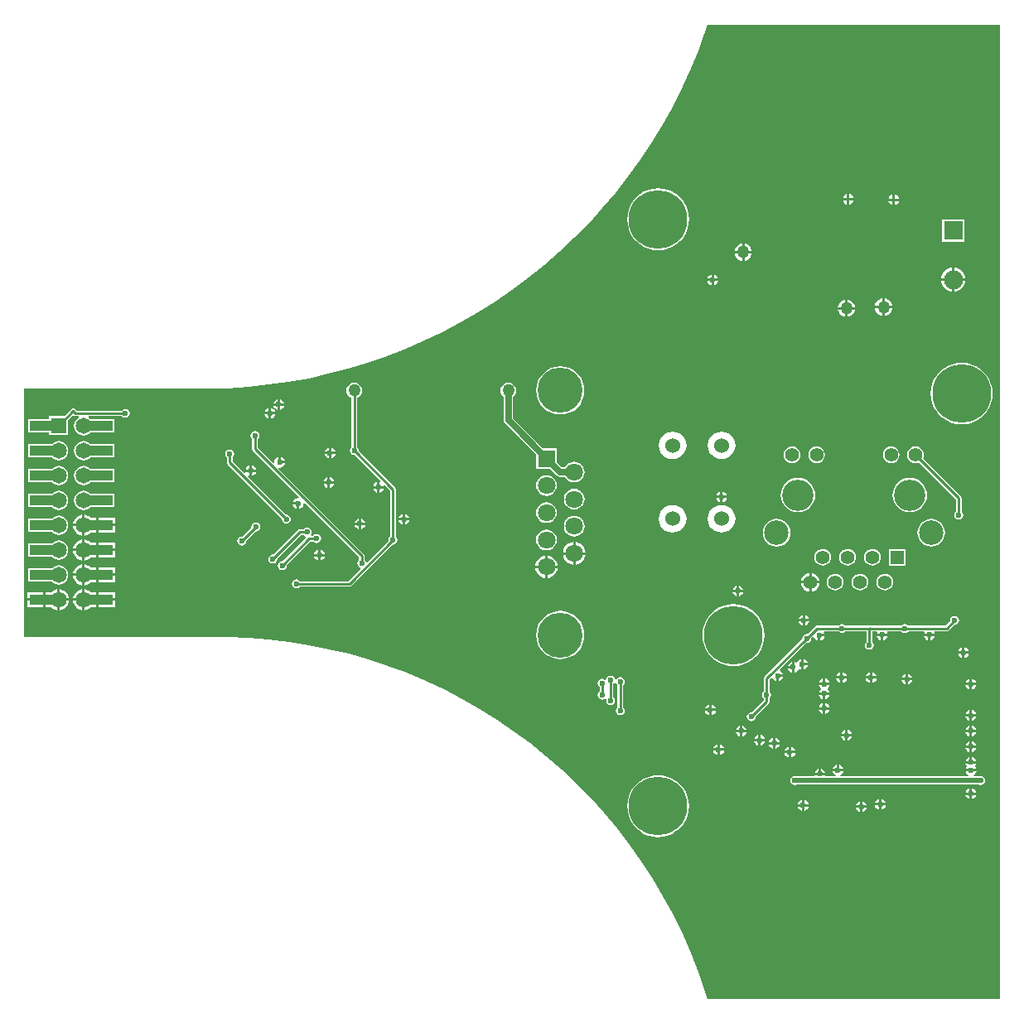
<source format=gbl>
G04*
G04 #@! TF.GenerationSoftware,Altium Limited,Altium Designer,19.1.9 (167)*
G04*
G04 Layer_Physical_Order=2*
G04 Layer_Color=16711680*
%FSLAX25Y25*%
%MOIN*%
G70*
G01*
G75*
%ADD10C,0.01000*%
%ADD68C,0.02500*%
%ADD69C,0.02000*%
%ADD71C,0.06496*%
%ADD72R,0.06496X0.06496*%
%ADD73R,0.07677X0.07677*%
%ADD74C,0.07677*%
%ADD75C,0.05512*%
%ADD76R,0.05512X0.05512*%
%ADD77C,0.09843*%
%ADD78C,0.12598*%
%ADD79C,0.07087*%
%ADD80R,0.07087X0.07087*%
%ADD81C,0.18110*%
%ADD82C,0.23622*%
%ADD83C,0.06000*%
%ADD84C,0.05000*%
%ADD85C,0.02362*%
%ADD86R,0.12205X0.03937*%
G36*
X-400Y276397D02*
Y1300D01*
X-118086D01*
X-118086Y1300D01*
X-119325Y5205D01*
X-122035Y12938D01*
X-125050Y20558D01*
X-128367Y28051D01*
X-131978Y35406D01*
X-135880Y42612D01*
X-140065Y49656D01*
X-144527Y56529D01*
X-149259Y63219D01*
X-154253Y69715D01*
X-159502Y76007D01*
X-164997Y82086D01*
X-170729Y87941D01*
X-176690Y93563D01*
X-182870Y98943D01*
X-189260Y104074D01*
X-195848Y108946D01*
X-202625Y113552D01*
X-209579Y117885D01*
X-216701Y121938D01*
X-223978Y125704D01*
X-231399Y129178D01*
X-238953Y132354D01*
X-246627Y135227D01*
X-254410Y137792D01*
X-262288Y140045D01*
X-270249Y141983D01*
X-278282Y143603D01*
X-286372Y144902D01*
X-294508Y145878D01*
X-302676Y146529D01*
X-310864Y146855D01*
X-314961Y146896D01*
X-392801Y146896D01*
Y246805D01*
X-315420Y246805D01*
X-314950Y246805D01*
X-314950Y246805D01*
X-314950Y246805D01*
X-310865Y246956D01*
X-302707Y247492D01*
X-294576Y248339D01*
X-286484Y249497D01*
X-278441Y250962D01*
X-270461Y252735D01*
X-262553Y254811D01*
X-254732Y257188D01*
X-247006Y259862D01*
X-239389Y262829D01*
X-231890Y266086D01*
X-224522Y269626D01*
X-217294Y273446D01*
X-210217Y277539D01*
X-203303Y281900D01*
X-196559Y286522D01*
X-189998Y291398D01*
X-183627Y296521D01*
X-177458Y301885D01*
X-171497Y307480D01*
X-165755Y313299D01*
X-160240Y319333D01*
X-154959Y325573D01*
X-149920Y332011D01*
X-145132Y338637D01*
X-140600Y345441D01*
X-136331Y352413D01*
X-132332Y359543D01*
X-128609Y366821D01*
X-125166Y374236D01*
X-122010Y381777D01*
X-119144Y389433D01*
X-117821Y393301D01*
X-400Y393301D01*
X-400Y276397D01*
D02*
G37*
%LPC*%
G36*
X-60800Y325124D02*
Y323500D01*
X-59176D01*
X-59246Y323851D01*
X-59728Y324572D01*
X-60449Y325055D01*
X-60800Y325124D01*
D02*
G37*
G36*
X-61800D02*
X-62151Y325055D01*
X-62872Y324572D01*
X-63354Y323851D01*
X-63424Y323500D01*
X-61800D01*
Y325124D01*
D02*
G37*
G36*
X-42500Y324924D02*
Y323300D01*
X-40876D01*
X-40945Y323651D01*
X-41427Y324373D01*
X-42149Y324855D01*
X-42500Y324924D01*
D02*
G37*
G36*
X-43500D02*
X-43851Y324855D01*
X-44572Y324373D01*
X-45055Y323651D01*
X-45124Y323300D01*
X-43500D01*
Y324924D01*
D02*
G37*
G36*
X-59176Y322500D02*
X-60800D01*
Y320876D01*
X-60449Y320945D01*
X-59728Y321427D01*
X-59246Y322149D01*
X-59176Y322500D01*
D02*
G37*
G36*
X-61800D02*
X-63424D01*
X-63354Y322149D01*
X-62872Y321427D01*
X-62151Y320945D01*
X-61800Y320876D01*
Y322500D01*
D02*
G37*
G36*
X-40876Y322300D02*
X-42500D01*
Y320676D01*
X-42149Y320745D01*
X-41427Y321228D01*
X-40945Y321949D01*
X-40876Y322300D01*
D02*
G37*
G36*
X-43500D02*
X-45124D01*
X-45055Y321949D01*
X-44572Y321228D01*
X-43851Y320745D01*
X-43500Y320676D01*
Y322300D01*
D02*
G37*
G36*
X-14661Y314781D02*
X-23539D01*
Y305904D01*
X-14661D01*
Y314781D01*
D02*
G37*
G36*
X-137795Y327410D02*
X-139743Y327257D01*
X-141642Y326801D01*
X-143447Y326053D01*
X-145113Y325032D01*
X-146598Y323764D01*
X-147867Y322278D01*
X-148888Y320613D01*
X-149635Y318808D01*
X-150091Y316908D01*
X-150245Y314961D01*
X-150091Y313013D01*
X-149635Y311114D01*
X-148888Y309309D01*
X-147867Y307643D01*
X-146598Y306158D01*
X-145113Y304889D01*
X-143447Y303868D01*
X-141642Y303121D01*
X-139743Y302664D01*
X-137795Y302511D01*
X-135848Y302664D01*
X-133948Y303121D01*
X-132143Y303868D01*
X-130478Y304889D01*
X-128992Y306158D01*
X-127724Y307643D01*
X-126703Y309309D01*
X-125955Y311114D01*
X-125499Y313013D01*
X-125346Y314961D01*
X-125499Y316908D01*
X-125955Y318808D01*
X-126703Y320613D01*
X-127724Y322278D01*
X-128992Y323764D01*
X-130478Y325032D01*
X-132143Y326053D01*
X-133948Y326801D01*
X-135848Y327257D01*
X-137795Y327410D01*
D02*
G37*
G36*
X-103100Y305164D02*
Y302200D01*
X-100136D01*
X-100190Y302614D01*
X-100543Y303465D01*
X-101104Y304196D01*
X-101835Y304757D01*
X-102686Y305110D01*
X-103100Y305164D01*
D02*
G37*
G36*
X-104100D02*
X-104514Y305110D01*
X-105365Y304757D01*
X-106096Y304196D01*
X-106657Y303465D01*
X-107010Y302614D01*
X-107064Y302200D01*
X-104100D01*
Y305164D01*
D02*
G37*
G36*
X-100136Y301200D02*
X-103100D01*
Y298236D01*
X-102686Y298290D01*
X-101835Y298643D01*
X-101104Y299204D01*
X-100543Y299935D01*
X-100190Y300786D01*
X-100136Y301200D01*
D02*
G37*
G36*
X-104100D02*
X-107064D01*
X-107010Y300786D01*
X-106657Y299935D01*
X-106096Y299204D01*
X-105365Y298643D01*
X-104514Y298290D01*
X-104100Y298236D01*
Y301200D01*
D02*
G37*
G36*
X-18600Y295472D02*
Y291158D01*
X-14286D01*
X-14386Y291921D01*
X-14874Y293098D01*
X-15649Y294108D01*
X-16660Y294884D01*
X-17837Y295372D01*
X-18600Y295472D01*
D02*
G37*
G36*
X-19600Y295472D02*
X-20363Y295372D01*
X-21540Y294884D01*
X-22551Y294108D01*
X-23326Y293098D01*
X-23814Y291921D01*
X-23914Y291158D01*
X-19600D01*
Y295472D01*
D02*
G37*
G36*
X-115400Y292624D02*
Y291000D01*
X-113776D01*
X-113846Y291351D01*
X-114328Y292073D01*
X-115049Y292555D01*
X-115400Y292624D01*
D02*
G37*
G36*
X-116400D02*
X-116751Y292555D01*
X-117473Y292073D01*
X-117955Y291351D01*
X-118024Y291000D01*
X-116400D01*
Y292624D01*
D02*
G37*
G36*
X-113776Y290000D02*
X-115400D01*
Y288376D01*
X-115049Y288445D01*
X-114328Y288928D01*
X-113846Y289649D01*
X-113776Y290000D01*
D02*
G37*
G36*
X-116400D02*
X-118024D01*
X-117955Y289649D01*
X-117473Y288928D01*
X-116751Y288445D01*
X-116400Y288376D01*
Y290000D01*
D02*
G37*
G36*
X-14286Y290158D02*
X-18600D01*
Y285843D01*
X-17837Y285944D01*
X-16660Y286431D01*
X-15649Y287207D01*
X-14874Y288217D01*
X-14386Y289394D01*
X-14286Y290158D01*
D02*
G37*
G36*
X-19600D02*
X-23914D01*
X-23814Y289394D01*
X-23326Y288217D01*
X-22551Y287207D01*
X-21540Y286431D01*
X-20363Y285944D01*
X-19600Y285843D01*
Y290158D01*
D02*
G37*
G36*
X-46600Y283064D02*
Y280100D01*
X-43636D01*
X-43690Y280514D01*
X-44043Y281365D01*
X-44604Y282096D01*
X-45335Y282657D01*
X-46186Y283010D01*
X-46600Y283064D01*
D02*
G37*
G36*
X-47600D02*
X-48014Y283010D01*
X-48865Y282657D01*
X-49596Y282096D01*
X-50157Y281365D01*
X-50510Y280514D01*
X-50564Y280100D01*
X-47600D01*
Y283064D01*
D02*
G37*
G36*
X-61531Y282595D02*
Y279631D01*
X-58566D01*
X-58621Y280044D01*
X-58973Y280896D01*
X-59535Y281627D01*
X-60266Y282188D01*
X-61117Y282541D01*
X-61531Y282595D01*
D02*
G37*
G36*
X-62531D02*
X-62944Y282541D01*
X-63796Y282188D01*
X-64527Y281627D01*
X-65088Y280896D01*
X-65441Y280044D01*
X-65495Y279631D01*
X-62531D01*
Y282595D01*
D02*
G37*
G36*
X-43636Y279100D02*
X-46600D01*
Y276136D01*
X-46186Y276190D01*
X-45335Y276543D01*
X-44604Y277104D01*
X-44043Y277835D01*
X-43690Y278686D01*
X-43636Y279100D01*
D02*
G37*
G36*
X-47600D02*
X-50564D01*
X-50510Y278686D01*
X-50157Y277835D01*
X-49596Y277104D01*
X-48865Y276543D01*
X-48014Y276190D01*
X-47600Y276136D01*
Y279100D01*
D02*
G37*
G36*
X-58566Y278631D02*
X-61531D01*
Y275666D01*
X-61117Y275721D01*
X-60266Y276074D01*
X-59535Y276635D01*
X-58973Y277366D01*
X-58621Y278217D01*
X-58566Y278631D01*
D02*
G37*
G36*
X-62531D02*
X-65495D01*
X-65441Y278217D01*
X-65088Y277366D01*
X-64527Y276635D01*
X-63796Y276074D01*
X-62944Y275721D01*
X-62531Y275666D01*
Y278631D01*
D02*
G37*
G36*
X-290000Y242524D02*
Y240900D01*
X-288376D01*
X-288445Y241251D01*
X-288928Y241972D01*
X-289649Y242455D01*
X-290000Y242524D01*
D02*
G37*
G36*
X-291000D02*
X-291351Y242455D01*
X-292073Y241972D01*
X-292555Y241251D01*
X-292624Y240900D01*
X-291000D01*
Y242524D01*
D02*
G37*
G36*
X-288376Y239900D02*
X-290000D01*
Y238276D01*
X-289649Y238345D01*
X-288928Y238827D01*
X-288445Y239549D01*
X-288376Y239900D01*
D02*
G37*
G36*
X-291000D02*
X-292624D01*
X-292555Y239549D01*
X-292073Y238827D01*
X-291351Y238345D01*
X-291000Y238276D01*
Y239900D01*
D02*
G37*
G36*
X-293500Y239024D02*
Y237400D01*
X-291876D01*
X-291945Y237751D01*
X-292427Y238473D01*
X-293149Y238955D01*
X-293500Y239024D01*
D02*
G37*
G36*
X-294500D02*
X-294851Y238955D01*
X-295572Y238473D01*
X-296055Y237751D01*
X-296124Y237400D01*
X-294500D01*
Y239024D01*
D02*
G37*
G36*
X-177165Y255745D02*
X-179058Y255559D01*
X-180878Y255007D01*
X-182555Y254110D01*
X-184026Y252904D01*
X-185232Y251433D01*
X-186129Y249756D01*
X-186681Y247936D01*
X-186867Y246043D01*
X-186681Y244151D01*
X-186129Y242331D01*
X-185232Y240653D01*
X-184026Y239183D01*
X-182555Y237977D01*
X-180878Y237080D01*
X-179058Y236528D01*
X-177165Y236342D01*
X-175273Y236528D01*
X-173453Y237080D01*
X-171775Y237977D01*
X-170305Y239183D01*
X-169099Y240653D01*
X-168202Y242331D01*
X-167650Y244151D01*
X-167464Y246043D01*
X-167650Y247936D01*
X-168202Y249756D01*
X-169099Y251433D01*
X-170305Y252904D01*
X-171775Y254110D01*
X-173453Y255007D01*
X-175273Y255559D01*
X-177165Y255745D01*
D02*
G37*
G36*
X-373166Y238822D02*
X-373595Y238736D01*
X-373959Y238493D01*
X-373959Y238493D01*
X-376754Y235698D01*
X-382864D01*
Y234419D01*
X-391348D01*
Y229282D01*
X-382864D01*
Y228002D01*
X-375168D01*
Y234112D01*
X-373504Y235776D01*
X-373084Y236032D01*
X-372720Y235789D01*
X-372291Y235703D01*
X-372291Y235703D01*
X-371076D01*
X-370963Y235238D01*
X-370967Y235204D01*
X-371760Y234595D01*
X-372377Y233791D01*
X-372765Y232855D01*
X-372897Y231850D01*
X-372765Y230846D01*
X-372377Y229910D01*
X-371760Y229106D01*
X-370956Y228489D01*
X-370020Y228101D01*
X-369016Y227969D01*
X-368011Y228101D01*
X-367075Y228489D01*
X-366271Y229106D01*
X-366136Y229282D01*
X-356683D01*
Y234419D01*
X-366136D01*
X-366271Y234595D01*
X-367064Y235204D01*
X-367069Y235238D01*
X-366956Y235703D01*
X-353551D01*
X-353442Y235541D01*
X-352853Y235147D01*
X-352158Y235009D01*
X-351463Y235147D01*
X-350874Y235541D01*
X-350480Y236130D01*
X-350342Y236825D01*
X-350480Y237520D01*
X-350874Y238109D01*
X-351463Y238503D01*
X-352158Y238641D01*
X-352853Y238503D01*
X-353442Y238109D01*
X-353551Y237947D01*
X-371827D01*
X-372373Y238493D01*
X-372737Y238736D01*
X-373166Y238822D01*
D02*
G37*
G36*
X-291876Y236400D02*
X-293500D01*
Y234776D01*
X-293149Y234845D01*
X-292427Y235328D01*
X-291945Y236049D01*
X-291876Y236400D01*
D02*
G37*
G36*
X-294500D02*
X-296124D01*
X-296055Y236049D01*
X-295572Y235328D01*
X-294851Y234845D01*
X-294500Y234776D01*
Y236400D01*
D02*
G37*
G36*
X-15700Y257249D02*
X-17648Y257096D01*
X-19547Y256640D01*
X-21352Y255892D01*
X-23018Y254872D01*
X-24503Y253603D01*
X-25772Y252118D01*
X-26792Y250452D01*
X-27540Y248647D01*
X-27996Y246747D01*
X-28149Y244800D01*
X-27996Y242852D01*
X-27540Y240953D01*
X-26792Y239148D01*
X-25772Y237482D01*
X-24503Y235997D01*
X-23018Y234728D01*
X-21352Y233707D01*
X-19547Y232960D01*
X-17648Y232504D01*
X-15700Y232351D01*
X-13753Y232504D01*
X-11853Y232960D01*
X-10048Y233707D01*
X-8382Y234728D01*
X-6897Y235997D01*
X-5628Y237482D01*
X-4608Y239148D01*
X-3860Y240953D01*
X-3404Y242852D01*
X-3251Y244800D01*
X-3404Y246747D01*
X-3860Y248647D01*
X-4608Y250452D01*
X-5628Y252118D01*
X-6897Y253603D01*
X-8382Y254872D01*
X-10048Y255892D01*
X-11853Y256640D01*
X-13753Y257096D01*
X-15700Y257249D01*
D02*
G37*
G36*
X-269300Y223024D02*
Y221400D01*
X-267676D01*
X-267745Y221751D01*
X-268228Y222473D01*
X-268949Y222955D01*
X-269300Y223024D01*
D02*
G37*
G36*
X-270300D02*
X-270651Y222955D01*
X-271373Y222473D01*
X-271855Y221751D01*
X-271924Y221400D01*
X-270300D01*
Y223024D01*
D02*
G37*
G36*
X-267676Y220400D02*
X-269300D01*
Y218776D01*
X-268949Y218845D01*
X-268228Y219327D01*
X-267745Y220049D01*
X-267676Y220400D01*
D02*
G37*
G36*
X-270300D02*
X-271924D01*
X-271855Y220049D01*
X-271373Y219327D01*
X-270651Y218845D01*
X-270300Y218776D01*
Y220400D01*
D02*
G37*
G36*
X-112320Y229511D02*
X-113762Y229322D01*
X-115105Y228765D01*
X-116258Y227880D01*
X-117143Y226727D01*
X-117700Y225384D01*
X-117889Y223942D01*
X-117700Y222501D01*
X-117143Y221158D01*
X-116258Y220005D01*
X-115105Y219120D01*
X-113762Y218563D01*
X-112320Y218374D01*
X-110879Y218563D01*
X-109536Y219120D01*
X-108383Y220005D01*
X-107498Y221158D01*
X-106941Y222501D01*
X-106752Y223942D01*
X-106941Y225384D01*
X-107498Y226727D01*
X-108383Y227880D01*
X-109536Y228765D01*
X-110879Y229322D01*
X-112320Y229511D01*
D02*
G37*
G36*
X-132006D02*
X-133447Y229322D01*
X-134790Y228765D01*
X-135943Y227880D01*
X-136828Y226727D01*
X-137385Y225384D01*
X-137574Y223942D01*
X-137385Y222501D01*
X-136828Y221158D01*
X-135943Y220005D01*
X-134790Y219120D01*
X-133447Y218563D01*
X-132006Y218374D01*
X-130564Y218563D01*
X-129221Y219120D01*
X-128068Y220005D01*
X-127183Y221158D01*
X-126626Y222501D01*
X-126437Y223942D01*
X-126626Y225384D01*
X-127183Y226727D01*
X-128068Y227880D01*
X-129221Y228765D01*
X-130564Y229322D01*
X-132006Y229511D01*
D02*
G37*
G36*
X-369016Y225732D02*
X-370020Y225599D01*
X-370956Y225212D01*
X-371760Y224595D01*
X-372377Y223791D01*
X-372765Y222855D01*
X-372897Y221850D01*
X-372765Y220846D01*
X-372377Y219910D01*
X-371760Y219106D01*
X-370956Y218489D01*
X-370020Y218101D01*
X-369016Y217969D01*
X-368011Y218101D01*
X-367075Y218489D01*
X-366271Y219106D01*
X-366136Y219282D01*
X-356683D01*
Y224419D01*
X-366136D01*
X-366271Y224595D01*
X-367075Y225212D01*
X-368011Y225599D01*
X-369016Y225732D01*
D02*
G37*
G36*
X-379016D02*
X-380020Y225599D01*
X-380956Y225212D01*
X-381760Y224595D01*
X-381895Y224419D01*
X-391348D01*
Y219282D01*
X-381895D01*
X-381760Y219106D01*
X-380956Y218489D01*
X-380020Y218101D01*
X-379016Y217969D01*
X-378011Y218101D01*
X-377075Y218489D01*
X-376271Y219106D01*
X-375655Y219910D01*
X-375267Y220846D01*
X-375134Y221850D01*
X-375267Y222855D01*
X-375655Y223791D01*
X-376271Y224595D01*
X-377075Y225212D01*
X-378011Y225599D01*
X-379016Y225732D01*
D02*
G37*
G36*
X-289600Y219324D02*
Y217700D01*
X-287976D01*
X-288045Y218051D01*
X-288527Y218773D01*
X-289249Y219255D01*
X-289600Y219324D01*
D02*
G37*
G36*
X-44055Y223503D02*
X-44932Y223388D01*
X-45748Y223050D01*
X-46449Y222512D01*
X-46987Y221811D01*
X-47325Y220994D01*
X-47440Y220118D01*
X-47325Y219242D01*
X-46987Y218426D01*
X-46449Y217725D01*
X-45748Y217187D01*
X-44932Y216849D01*
X-44055Y216734D01*
X-43179Y216849D01*
X-42363Y217187D01*
X-41662Y217725D01*
X-41124Y218426D01*
X-40786Y219242D01*
X-40671Y220118D01*
X-40786Y220994D01*
X-41124Y221811D01*
X-41662Y222512D01*
X-42363Y223050D01*
X-43179Y223388D01*
X-44055Y223503D01*
D02*
G37*
G36*
X-74055D02*
X-74932Y223388D01*
X-75748Y223050D01*
X-76449Y222512D01*
X-76987Y221811D01*
X-77325Y220994D01*
X-77440Y220118D01*
X-77325Y219242D01*
X-76987Y218426D01*
X-76449Y217725D01*
X-75748Y217187D01*
X-74932Y216849D01*
X-74055Y216734D01*
X-73179Y216849D01*
X-72363Y217187D01*
X-71662Y217725D01*
X-71124Y218426D01*
X-70786Y219242D01*
X-70671Y220118D01*
X-70786Y220994D01*
X-71124Y221811D01*
X-71662Y222512D01*
X-72363Y223050D01*
X-73179Y223388D01*
X-74055Y223503D01*
D02*
G37*
G36*
X-83859D02*
X-84735Y223388D01*
X-85551Y223050D01*
X-86252Y222512D01*
X-86790Y221811D01*
X-87128Y220994D01*
X-87243Y220118D01*
X-87128Y219242D01*
X-86790Y218426D01*
X-86252Y217725D01*
X-85551Y217187D01*
X-84735Y216849D01*
X-83859Y216734D01*
X-82982Y216849D01*
X-82166Y217187D01*
X-81465Y217725D01*
X-80927Y218426D01*
X-80589Y219242D01*
X-80474Y220118D01*
X-80589Y220994D01*
X-80927Y221811D01*
X-81465Y222512D01*
X-82166Y223050D01*
X-82982Y223388D01*
X-83859Y223503D01*
D02*
G37*
G36*
X-260100Y249127D02*
X-260909Y249020D01*
X-261663Y248708D01*
X-262311Y248211D01*
X-262808Y247563D01*
X-263120Y246809D01*
X-263227Y246000D01*
X-263120Y245191D01*
X-262808Y244437D01*
X-262311Y243789D01*
X-261663Y243292D01*
X-261222Y243109D01*
Y223293D01*
X-261384Y223184D01*
X-261778Y222595D01*
X-261916Y221900D01*
X-261778Y221205D01*
X-261384Y220616D01*
X-260795Y220222D01*
X-260100Y220084D01*
X-259908Y220122D01*
X-249451Y209665D01*
X-249697Y209204D01*
X-249800Y209224D01*
Y207600D01*
X-248176D01*
X-248196Y207703D01*
X-247735Y207949D01*
X-245621Y205835D01*
Y187193D01*
X-245784Y187084D01*
X-246178Y186495D01*
X-246316Y185800D01*
X-246278Y185608D01*
X-254926Y176960D01*
X-255404Y177105D01*
X-255422Y177195D01*
X-255816Y177784D01*
X-255978Y177893D01*
Y179500D01*
X-256064Y179929D01*
X-256307Y180293D01*
X-256307Y180293D01*
X-290575Y214561D01*
X-290328Y215022D01*
X-290100Y214976D01*
X-289249Y215145D01*
X-288527Y215628D01*
X-288045Y216349D01*
X-287976Y216700D01*
X-290100D01*
Y217200D01*
X-290600D01*
Y219324D01*
X-290951Y219255D01*
X-291672Y218773D01*
X-292155Y218051D01*
X-292324Y217200D01*
X-292278Y216972D01*
X-292739Y216725D01*
X-298879Y222865D01*
Y226507D01*
X-298716Y226616D01*
X-298322Y227205D01*
X-298184Y227900D01*
X-298322Y228595D01*
X-298716Y229184D01*
X-299305Y229578D01*
X-300000Y229716D01*
X-300695Y229578D01*
X-301284Y229184D01*
X-301678Y228595D01*
X-301816Y227900D01*
X-301678Y227205D01*
X-301284Y226616D01*
X-301121Y226507D01*
Y222400D01*
X-301122Y222400D01*
X-301036Y221971D01*
X-300793Y221607D01*
X-282350Y203164D01*
X-282596Y202703D01*
X-282700Y202724D01*
X-283551Y202554D01*
X-284273Y202073D01*
X-284755Y201351D01*
X-284824Y201000D01*
X-282700D01*
Y200500D01*
X-282200D01*
Y198376D01*
X-281849Y198445D01*
X-281128Y198927D01*
X-280645Y199649D01*
X-280476Y200500D01*
X-280497Y200604D01*
X-280036Y200850D01*
X-258222Y179035D01*
Y177893D01*
X-258384Y177784D01*
X-258778Y177195D01*
X-258916Y176500D01*
X-258778Y175805D01*
X-258384Y175216D01*
X-257795Y174822D01*
X-257705Y174804D01*
X-257560Y174326D01*
X-262565Y169322D01*
X-282007D01*
X-282116Y169484D01*
X-282705Y169878D01*
X-283400Y170016D01*
X-284095Y169878D01*
X-284684Y169484D01*
X-285078Y168895D01*
X-285216Y168200D01*
X-285078Y167505D01*
X-284684Y166916D01*
X-284095Y166522D01*
X-283400Y166384D01*
X-282705Y166522D01*
X-282116Y166916D01*
X-282007Y167078D01*
X-262100D01*
X-262100Y167078D01*
X-261671Y167164D01*
X-261307Y167407D01*
X-244692Y184022D01*
X-244500Y183984D01*
X-243805Y184122D01*
X-243216Y184516D01*
X-242822Y185105D01*
X-242684Y185800D01*
X-242822Y186495D01*
X-243216Y187084D01*
X-243378Y187193D01*
Y206300D01*
X-243378Y206300D01*
X-243464Y206729D01*
X-243707Y207093D01*
X-243707Y207093D01*
X-258322Y221708D01*
X-258284Y221900D01*
X-258422Y222595D01*
X-258816Y223184D01*
X-258979Y223293D01*
Y243109D01*
X-258537Y243292D01*
X-257889Y243789D01*
X-257392Y244437D01*
X-257080Y245191D01*
X-256973Y246000D01*
X-257080Y246809D01*
X-257392Y247563D01*
X-257889Y248211D01*
X-258537Y248708D01*
X-259291Y249020D01*
X-260100Y249127D01*
D02*
G37*
G36*
X-301200Y215924D02*
Y214300D01*
X-299576D01*
X-299645Y214651D01*
X-300128Y215372D01*
X-300849Y215855D01*
X-301200Y215924D01*
D02*
G37*
G36*
X-302200D02*
X-302551Y215855D01*
X-303273Y215372D01*
X-303755Y214651D01*
X-303824Y214300D01*
X-302200D01*
Y215924D01*
D02*
G37*
G36*
X-299576Y213300D02*
X-301200D01*
Y211676D01*
X-300849Y211745D01*
X-300128Y212228D01*
X-299645Y212949D01*
X-299576Y213300D01*
D02*
G37*
G36*
X-310200Y222216D02*
X-310895Y222078D01*
X-311484Y221684D01*
X-311878Y221095D01*
X-312016Y220400D01*
X-311878Y219705D01*
X-311484Y219116D01*
X-311321Y219007D01*
Y217100D01*
X-311322Y217100D01*
X-311236Y216671D01*
X-310993Y216307D01*
X-289178Y194492D01*
X-289216Y194300D01*
X-289078Y193605D01*
X-288684Y193016D01*
X-288095Y192622D01*
X-287400Y192484D01*
X-286705Y192622D01*
X-286116Y193016D01*
X-285722Y193605D01*
X-285584Y194300D01*
X-285722Y194995D01*
X-286116Y195584D01*
X-286705Y195978D01*
X-287400Y196116D01*
X-287592Y196078D01*
X-302873Y211360D01*
X-302555Y211748D01*
X-302551Y211745D01*
X-302200Y211676D01*
Y213300D01*
X-303824D01*
X-303755Y212949D01*
X-303752Y212945D01*
X-304140Y212627D01*
X-309079Y217565D01*
Y219007D01*
X-308916Y219116D01*
X-308522Y219705D01*
X-308384Y220400D01*
X-308522Y221095D01*
X-308916Y221684D01*
X-309505Y222078D01*
X-310200Y222216D01*
D02*
G37*
G36*
X-269800Y211124D02*
Y209500D01*
X-268176D01*
X-268245Y209851D01*
X-268727Y210573D01*
X-269449Y211055D01*
X-269800Y211124D01*
D02*
G37*
G36*
X-270800D02*
X-271151Y211055D01*
X-271872Y210573D01*
X-272355Y209851D01*
X-272424Y209500D01*
X-270800D01*
Y211124D01*
D02*
G37*
G36*
X-198100Y249127D02*
X-198909Y249020D01*
X-199663Y248708D01*
X-200311Y248211D01*
X-200808Y247563D01*
X-201120Y246809D01*
X-201227Y246000D01*
X-201120Y245191D01*
X-200808Y244437D01*
X-200311Y243789D01*
X-199986Y243540D01*
Y234005D01*
X-199843Y233284D01*
X-199434Y232672D01*
X-186899Y220137D01*
Y214518D01*
X-181280D01*
X-178637Y211875D01*
X-178025Y211466D01*
X-177303Y211322D01*
X-175278D01*
X-175194Y211119D01*
X-174530Y210254D01*
X-173664Y209590D01*
X-172656Y209172D01*
X-171575Y209030D01*
X-170493Y209172D01*
X-169485Y209590D01*
X-168620Y210254D01*
X-167956Y211119D01*
X-167538Y212127D01*
X-167396Y213209D01*
X-167538Y214290D01*
X-167956Y215298D01*
X-168620Y216164D01*
X-169485Y216828D01*
X-170493Y217245D01*
X-171575Y217388D01*
X-172656Y217245D01*
X-173664Y216828D01*
X-174530Y216164D01*
X-175194Y215298D01*
X-175278Y215095D01*
X-176522D01*
X-178613Y217186D01*
Y222805D01*
X-184232D01*
X-196214Y234787D01*
Y243540D01*
X-195889Y243789D01*
X-195392Y244437D01*
X-195080Y245191D01*
X-194973Y246000D01*
X-195080Y246809D01*
X-195392Y247563D01*
X-195889Y248211D01*
X-196537Y248708D01*
X-197291Y249020D01*
X-198100Y249127D01*
D02*
G37*
G36*
X-369016Y215732D02*
X-370020Y215599D01*
X-370956Y215212D01*
X-371760Y214595D01*
X-372377Y213791D01*
X-372765Y212855D01*
X-372897Y211850D01*
X-372765Y210846D01*
X-372377Y209910D01*
X-371760Y209106D01*
X-370956Y208489D01*
X-370020Y208101D01*
X-369016Y207969D01*
X-368011Y208101D01*
X-367075Y208489D01*
X-366271Y209106D01*
X-366136Y209282D01*
X-356683D01*
Y214419D01*
X-366136D01*
X-366271Y214595D01*
X-367075Y215212D01*
X-368011Y215599D01*
X-369016Y215732D01*
D02*
G37*
G36*
X-379016D02*
X-380020Y215599D01*
X-380956Y215212D01*
X-381760Y214595D01*
X-381895Y214419D01*
X-391348D01*
Y209282D01*
X-381895D01*
X-381760Y209106D01*
X-380956Y208489D01*
X-380020Y208101D01*
X-379016Y207969D01*
X-378011Y208101D01*
X-377075Y208489D01*
X-376271Y209106D01*
X-375655Y209910D01*
X-375267Y210846D01*
X-375134Y211850D01*
X-375267Y212855D01*
X-375655Y213791D01*
X-376271Y214595D01*
X-377075Y215212D01*
X-378011Y215599D01*
X-379016Y215732D01*
D02*
G37*
G36*
X-250800Y209224D02*
X-251151Y209155D01*
X-251872Y208672D01*
X-252355Y207951D01*
X-252424Y207600D01*
X-250800D01*
Y209224D01*
D02*
G37*
G36*
X-268176Y208500D02*
X-269800D01*
Y206876D01*
X-269449Y206945D01*
X-268727Y207428D01*
X-268245Y208149D01*
X-268176Y208500D01*
D02*
G37*
G36*
X-270800D02*
X-272424D01*
X-272355Y208149D01*
X-271872Y207428D01*
X-271151Y206945D01*
X-270800Y206876D01*
Y208500D01*
D02*
G37*
G36*
X-248176Y206600D02*
X-249800D01*
Y204976D01*
X-249449Y205045D01*
X-248727Y205527D01*
X-248245Y206249D01*
X-248176Y206600D01*
D02*
G37*
G36*
X-250800D02*
X-252424D01*
X-252355Y206249D01*
X-251872Y205527D01*
X-251151Y205045D01*
X-250800Y204976D01*
Y206600D01*
D02*
G37*
G36*
X-111820Y205299D02*
Y203675D01*
X-110196D01*
X-110266Y204026D01*
X-110748Y204747D01*
X-111469Y205229D01*
X-111820Y205299D01*
D02*
G37*
G36*
X-112820D02*
X-113172Y205229D01*
X-113893Y204747D01*
X-114375Y204026D01*
X-114445Y203675D01*
X-112820D01*
Y205299D01*
D02*
G37*
G36*
X-182756Y211935D02*
X-183837Y211792D01*
X-184845Y211375D01*
X-185711Y210711D01*
X-186375Y209845D01*
X-186793Y208838D01*
X-186935Y207756D01*
X-186793Y206674D01*
X-186375Y205666D01*
X-185711Y204801D01*
X-184845Y204137D01*
X-183837Y203719D01*
X-182756Y203577D01*
X-181674Y203719D01*
X-180666Y204137D01*
X-179801Y204801D01*
X-179137Y205666D01*
X-178719Y206674D01*
X-178577Y207756D01*
X-178719Y208838D01*
X-179137Y209845D01*
X-179801Y210711D01*
X-180666Y211375D01*
X-181674Y211792D01*
X-182756Y211935D01*
D02*
G37*
G36*
X-110196Y202675D02*
X-111820D01*
Y201050D01*
X-111469Y201120D01*
X-110748Y201602D01*
X-110266Y202324D01*
X-110196Y202675D01*
D02*
G37*
G36*
X-112820D02*
X-114445D01*
X-114375Y202324D01*
X-113893Y201602D01*
X-113172Y201120D01*
X-112820Y201050D01*
Y202675D01*
D02*
G37*
G36*
X-283200Y200000D02*
X-284824D01*
X-284755Y199649D01*
X-284273Y198927D01*
X-283551Y198445D01*
X-283200Y198376D01*
Y200000D01*
D02*
G37*
G36*
X-171575Y206482D02*
X-172656Y206340D01*
X-173664Y205922D01*
X-174530Y205258D01*
X-175194Y204393D01*
X-175611Y203385D01*
X-175754Y202303D01*
X-175611Y201221D01*
X-175194Y200214D01*
X-174530Y199348D01*
X-173664Y198684D01*
X-172656Y198266D01*
X-171575Y198124D01*
X-170493Y198266D01*
X-169485Y198684D01*
X-168620Y199348D01*
X-167956Y200214D01*
X-167538Y201221D01*
X-167396Y202303D01*
X-167538Y203385D01*
X-167956Y204393D01*
X-168620Y205258D01*
X-169485Y205922D01*
X-170493Y206340D01*
X-171575Y206482D01*
D02*
G37*
G36*
X-369016Y205732D02*
X-370020Y205599D01*
X-370956Y205212D01*
X-371760Y204595D01*
X-372377Y203791D01*
X-372765Y202855D01*
X-372897Y201850D01*
X-372765Y200846D01*
X-372377Y199910D01*
X-371760Y199106D01*
X-370956Y198489D01*
X-370020Y198101D01*
X-369016Y197969D01*
X-368011Y198101D01*
X-367075Y198489D01*
X-366271Y199106D01*
X-366136Y199282D01*
X-356683D01*
Y204419D01*
X-366136D01*
X-366271Y204595D01*
X-367075Y205212D01*
X-368011Y205599D01*
X-369016Y205732D01*
D02*
G37*
G36*
X-379016D02*
X-380020Y205599D01*
X-380956Y205212D01*
X-381760Y204595D01*
X-381895Y204419D01*
X-391348D01*
Y199282D01*
X-381895D01*
X-381760Y199106D01*
X-380956Y198489D01*
X-380020Y198101D01*
X-379016Y197969D01*
X-378011Y198101D01*
X-377075Y198489D01*
X-376271Y199106D01*
X-375655Y199910D01*
X-375267Y200846D01*
X-375134Y201850D01*
X-375267Y202855D01*
X-375655Y203791D01*
X-376271Y204595D01*
X-377075Y205212D01*
X-378011Y205599D01*
X-379016Y205732D01*
D02*
G37*
G36*
X-36555Y210870D02*
X-37908Y210737D01*
X-39208Y210342D01*
X-40407Y209701D01*
X-41458Y208839D01*
X-42320Y207789D01*
X-42960Y206590D01*
X-43355Y205290D01*
X-43488Y203937D01*
X-43355Y202585D01*
X-42960Y201284D01*
X-42320Y200086D01*
X-41458Y199035D01*
X-40407Y198173D01*
X-39208Y197532D01*
X-37908Y197138D01*
X-36555Y197005D01*
X-35203Y197138D01*
X-33902Y197532D01*
X-32704Y198173D01*
X-31653Y199035D01*
X-30791Y200086D01*
X-30151Y201284D01*
X-29756Y202585D01*
X-29623Y203937D01*
X-29756Y205290D01*
X-30151Y206590D01*
X-30791Y207789D01*
X-31653Y208839D01*
X-32704Y209701D01*
X-33902Y210342D01*
X-35203Y210737D01*
X-36555Y210870D01*
D02*
G37*
G36*
X-81555D02*
X-82908Y210737D01*
X-84208Y210342D01*
X-85407Y209701D01*
X-86458Y208839D01*
X-87320Y207789D01*
X-87960Y206590D01*
X-88355Y205290D01*
X-88488Y203937D01*
X-88355Y202585D01*
X-87960Y201284D01*
X-87320Y200086D01*
X-86458Y199035D01*
X-85407Y198173D01*
X-84208Y197532D01*
X-82908Y197138D01*
X-81555Y197005D01*
X-80203Y197138D01*
X-78902Y197532D01*
X-77704Y198173D01*
X-76653Y199035D01*
X-75791Y200086D01*
X-75151Y201284D01*
X-74756Y202585D01*
X-74623Y203937D01*
X-74756Y205290D01*
X-75151Y206590D01*
X-75791Y207789D01*
X-76653Y208839D01*
X-77704Y209701D01*
X-78902Y210342D01*
X-80203Y210737D01*
X-81555Y210870D01*
D02*
G37*
G36*
X-239600Y196324D02*
Y194700D01*
X-237976D01*
X-238045Y195051D01*
X-238527Y195773D01*
X-239249Y196255D01*
X-239600Y196324D01*
D02*
G37*
G36*
X-240600D02*
X-240951Y196255D01*
X-241672Y195773D01*
X-242155Y195051D01*
X-242224Y194700D01*
X-240600D01*
Y196324D01*
D02*
G37*
G36*
X-34252Y223503D02*
X-35128Y223388D01*
X-35945Y223050D01*
X-36646Y222512D01*
X-37184Y221811D01*
X-37522Y220994D01*
X-37637Y220118D01*
X-37522Y219242D01*
X-37184Y218426D01*
X-36646Y217725D01*
X-35945Y217187D01*
X-35128Y216849D01*
X-34252Y216734D01*
X-33376Y216849D01*
X-32805Y217085D01*
X-18022Y202302D01*
Y197293D01*
X-18184Y197184D01*
X-18578Y196595D01*
X-18716Y195900D01*
X-18578Y195205D01*
X-18184Y194616D01*
X-17595Y194222D01*
X-16900Y194084D01*
X-16205Y194222D01*
X-15616Y194616D01*
X-15222Y195205D01*
X-15084Y195900D01*
X-15222Y196595D01*
X-15616Y197184D01*
X-15778Y197293D01*
Y202766D01*
X-15864Y203195D01*
X-16107Y203559D01*
X-16107Y203559D01*
X-31219Y218671D01*
X-30983Y219242D01*
X-30867Y220118D01*
X-30983Y220994D01*
X-31321Y221811D01*
X-31859Y222512D01*
X-32560Y223050D01*
X-33376Y223388D01*
X-34252Y223503D01*
D02*
G37*
G36*
X-257300Y194524D02*
Y192900D01*
X-255676D01*
X-255745Y193251D01*
X-256227Y193973D01*
X-256949Y194455D01*
X-257300Y194524D01*
D02*
G37*
G36*
X-258300D02*
X-258651Y194455D01*
X-259372Y193973D01*
X-259855Y193251D01*
X-259924Y192900D01*
X-258300D01*
Y194524D01*
D02*
G37*
G36*
X-182756Y201029D02*
X-183837Y200887D01*
X-184845Y200470D01*
X-185711Y199805D01*
X-186375Y198940D01*
X-186793Y197932D01*
X-186935Y196850D01*
X-186793Y195769D01*
X-186375Y194761D01*
X-185711Y193895D01*
X-184845Y193231D01*
X-183837Y192814D01*
X-182756Y192671D01*
X-181674Y192814D01*
X-180666Y193231D01*
X-179801Y193895D01*
X-179137Y194761D01*
X-178719Y195769D01*
X-178577Y196850D01*
X-178719Y197932D01*
X-179137Y198940D01*
X-179801Y199805D01*
X-180666Y200470D01*
X-181674Y200887D01*
X-182756Y201029D01*
D02*
G37*
G36*
X-356283Y194819D02*
X-362886D01*
Y192350D01*
X-356283D01*
Y194819D01*
D02*
G37*
G36*
X-369516Y196069D02*
X-370125Y195989D01*
X-371158Y195561D01*
X-372045Y194880D01*
X-372726Y193993D01*
X-373154Y192959D01*
X-373235Y192350D01*
X-369516D01*
Y196069D01*
D02*
G37*
G36*
X-237976Y193700D02*
X-239600D01*
Y192076D01*
X-239249Y192146D01*
X-238527Y192628D01*
X-238045Y193349D01*
X-237976Y193700D01*
D02*
G37*
G36*
X-240600D02*
X-242224D01*
X-242155Y193349D01*
X-241672Y192628D01*
X-240951Y192146D01*
X-240600Y192076D01*
Y193700D01*
D02*
G37*
G36*
X-255676Y191900D02*
X-257300D01*
Y190276D01*
X-256949Y190346D01*
X-256227Y190828D01*
X-255745Y191549D01*
X-255676Y191900D01*
D02*
G37*
G36*
X-258300D02*
X-259924D01*
X-259855Y191549D01*
X-259372Y190828D01*
X-258651Y190346D01*
X-258300Y190276D01*
Y191900D01*
D02*
G37*
G36*
X-279100Y190816D02*
X-279795Y190678D01*
X-280384Y190284D01*
X-280493Y190122D01*
X-282000D01*
X-282000Y190122D01*
X-282429Y190036D01*
X-282793Y189793D01*
X-282793Y189793D01*
X-292608Y179978D01*
X-292800Y180016D01*
X-293495Y179878D01*
X-294084Y179484D01*
X-294478Y178895D01*
X-294616Y178200D01*
X-294478Y177505D01*
X-294084Y176916D01*
X-293495Y176522D01*
X-292800Y176384D01*
X-292105Y176522D01*
X-291516Y176916D01*
X-291122Y177505D01*
X-290984Y178200D01*
X-291022Y178392D01*
X-281535Y187878D01*
X-280493D01*
X-280384Y187716D01*
X-279795Y187322D01*
X-279622Y187288D01*
X-279477Y186809D01*
X-288908Y177378D01*
X-289100Y177416D01*
X-289795Y177278D01*
X-290384Y176884D01*
X-290778Y176295D01*
X-290916Y175600D01*
X-290778Y174905D01*
X-290384Y174316D01*
X-289795Y173922D01*
X-289100Y173784D01*
X-288405Y173922D01*
X-287816Y174316D01*
X-287422Y174905D01*
X-287284Y175600D01*
X-287322Y175792D01*
X-277835Y185278D01*
X-276593D01*
X-276484Y185116D01*
X-275895Y184722D01*
X-275200Y184584D01*
X-274505Y184722D01*
X-273916Y185116D01*
X-273522Y185705D01*
X-273384Y186400D01*
X-273522Y187095D01*
X-273916Y187684D01*
X-274505Y188078D01*
X-275200Y188216D01*
X-275895Y188078D01*
X-276484Y187684D01*
X-276593Y187522D01*
X-277344D01*
X-277612Y188022D01*
X-277422Y188305D01*
X-277284Y189000D01*
X-277422Y189695D01*
X-277816Y190284D01*
X-278405Y190678D01*
X-279100Y190816D01*
D02*
G37*
G36*
X-299700Y192916D02*
X-300395Y192778D01*
X-300984Y192384D01*
X-301378Y191795D01*
X-301516Y191100D01*
X-301478Y190908D01*
X-305208Y187178D01*
X-305400Y187216D01*
X-306095Y187078D01*
X-306684Y186684D01*
X-307078Y186095D01*
X-307216Y185400D01*
X-307078Y184705D01*
X-306684Y184116D01*
X-306095Y183722D01*
X-305400Y183584D01*
X-304705Y183722D01*
X-304116Y184116D01*
X-303722Y184705D01*
X-303584Y185400D01*
X-303622Y185592D01*
X-299892Y189322D01*
X-299700Y189284D01*
X-299005Y189422D01*
X-298416Y189816D01*
X-298022Y190405D01*
X-297884Y191100D01*
X-298022Y191795D01*
X-298416Y192384D01*
X-299005Y192778D01*
X-299700Y192916D01*
D02*
G37*
G36*
X-356283Y191350D02*
X-362886D01*
Y188882D01*
X-356283D01*
Y191350D01*
D02*
G37*
G36*
X-112320Y199984D02*
X-113762Y199794D01*
X-115105Y199238D01*
X-116258Y198353D01*
X-117143Y197199D01*
X-117700Y195856D01*
X-117889Y194415D01*
X-117700Y192974D01*
X-117143Y191630D01*
X-116258Y190477D01*
X-115105Y189592D01*
X-113762Y189036D01*
X-112320Y188846D01*
X-110879Y189036D01*
X-109536Y189592D01*
X-108383Y190477D01*
X-107498Y191630D01*
X-106941Y192974D01*
X-106752Y194415D01*
X-106941Y195856D01*
X-107498Y197199D01*
X-108383Y198353D01*
X-109536Y199238D01*
X-110879Y199794D01*
X-112320Y199984D01*
D02*
G37*
G36*
X-132006D02*
X-133447Y199794D01*
X-134790Y199238D01*
X-135943Y198353D01*
X-136828Y197199D01*
X-137385Y195856D01*
X-137574Y194415D01*
X-137385Y192974D01*
X-136828Y191630D01*
X-135943Y190477D01*
X-134790Y189592D01*
X-133447Y189036D01*
X-132006Y188846D01*
X-130564Y189036D01*
X-129221Y189592D01*
X-128068Y190477D01*
X-127183Y191630D01*
X-126626Y192974D01*
X-126437Y194415D01*
X-126626Y195856D01*
X-127183Y197199D01*
X-128068Y198353D01*
X-129221Y199238D01*
X-130564Y199794D01*
X-132006Y199984D01*
D02*
G37*
G36*
X-379016Y195732D02*
X-380020Y195599D01*
X-380956Y195212D01*
X-381760Y194595D01*
X-381895Y194419D01*
X-391348D01*
Y189282D01*
X-381895D01*
X-381760Y189106D01*
X-380956Y188489D01*
X-380020Y188101D01*
X-379016Y187969D01*
X-378011Y188101D01*
X-377075Y188489D01*
X-376271Y189106D01*
X-375655Y189910D01*
X-375267Y190846D01*
X-375134Y191850D01*
X-375267Y192855D01*
X-375655Y193791D01*
X-376271Y194595D01*
X-377075Y195212D01*
X-378011Y195599D01*
X-379016Y195732D01*
D02*
G37*
G36*
X-369516Y191350D02*
X-373235D01*
X-373154Y190741D01*
X-372726Y189708D01*
X-372045Y188821D01*
X-371158Y188140D01*
X-370125Y187712D01*
X-369516Y187631D01*
Y191350D01*
D02*
G37*
G36*
X-368516Y196069D02*
Y191850D01*
Y187631D01*
X-367907Y187712D01*
X-366873Y188140D01*
X-365986Y188821D01*
X-365939Y188882D01*
X-363886D01*
Y191850D01*
Y194819D01*
X-365939D01*
X-365986Y194880D01*
X-366873Y195561D01*
X-367907Y195989D01*
X-368516Y196069D01*
D02*
G37*
G36*
X-171575Y195577D02*
X-172656Y195434D01*
X-173664Y195017D01*
X-174530Y194353D01*
X-175194Y193487D01*
X-175611Y192479D01*
X-175754Y191398D01*
X-175611Y190316D01*
X-175194Y189308D01*
X-174530Y188443D01*
X-173664Y187778D01*
X-172656Y187361D01*
X-171575Y187219D01*
X-170493Y187361D01*
X-169485Y187778D01*
X-168620Y188443D01*
X-167956Y189308D01*
X-167538Y190316D01*
X-167396Y191398D01*
X-167538Y192479D01*
X-167956Y193487D01*
X-168620Y194353D01*
X-169485Y195017D01*
X-170493Y195434D01*
X-171575Y195577D01*
D02*
G37*
G36*
X-27953Y194349D02*
X-29394Y194159D01*
X-30738Y193603D01*
X-31891Y192718D01*
X-32776Y191564D01*
X-33332Y190221D01*
X-33522Y188780D01*
X-33332Y187338D01*
X-32776Y185995D01*
X-31891Y184842D01*
X-30738Y183957D01*
X-29394Y183401D01*
X-27953Y183211D01*
X-26512Y183401D01*
X-25169Y183957D01*
X-24015Y184842D01*
X-23130Y185995D01*
X-22574Y187338D01*
X-22384Y188780D01*
X-22574Y190221D01*
X-23130Y191564D01*
X-24015Y192718D01*
X-25169Y193603D01*
X-26512Y194159D01*
X-27953Y194349D01*
D02*
G37*
G36*
X-90158D02*
X-91599Y194159D01*
X-92942Y193603D01*
X-94096Y192718D01*
X-94981Y191564D01*
X-95537Y190221D01*
X-95727Y188780D01*
X-95537Y187338D01*
X-94981Y185995D01*
X-94096Y184842D01*
X-92942Y183957D01*
X-91599Y183401D01*
X-90158Y183211D01*
X-88717Y183401D01*
X-87373Y183957D01*
X-86220Y184842D01*
X-85335Y185995D01*
X-84779Y187338D01*
X-84589Y188780D01*
X-84779Y190221D01*
X-85335Y191564D01*
X-86220Y192718D01*
X-87373Y193603D01*
X-88717Y194159D01*
X-90158Y194349D01*
D02*
G37*
G36*
X-356283Y184819D02*
X-362886D01*
Y182350D01*
X-356283D01*
Y184819D01*
D02*
G37*
G36*
X-369516Y186069D02*
X-370125Y185989D01*
X-371158Y185561D01*
X-372045Y184880D01*
X-372726Y183993D01*
X-373154Y182959D01*
X-373235Y182350D01*
X-369516D01*
Y186069D01*
D02*
G37*
G36*
X-182756Y190124D02*
X-183837Y189981D01*
X-184845Y189564D01*
X-185711Y188900D01*
X-186375Y188034D01*
X-186793Y187027D01*
X-186935Y185945D01*
X-186793Y184863D01*
X-186375Y183855D01*
X-185711Y182990D01*
X-184845Y182326D01*
X-183837Y181908D01*
X-182756Y181766D01*
X-181674Y181908D01*
X-180666Y182326D01*
X-179801Y182990D01*
X-179137Y183855D01*
X-178719Y184863D01*
X-178577Y185945D01*
X-178719Y187027D01*
X-179137Y188034D01*
X-179801Y188900D01*
X-180666Y189564D01*
X-181674Y189981D01*
X-182756Y190124D01*
D02*
G37*
G36*
X-171075Y185009D02*
Y180992D01*
X-167058D01*
X-167148Y181678D01*
X-167606Y182783D01*
X-168334Y183732D01*
X-169283Y184461D01*
X-170389Y184918D01*
X-171075Y185009D01*
D02*
G37*
G36*
X-172075Y185009D02*
X-172761Y184918D01*
X-173866Y184461D01*
X-174815Y183732D01*
X-175543Y182783D01*
X-176001Y181678D01*
X-176092Y180992D01*
X-172075D01*
Y185009D01*
D02*
G37*
G36*
X-273600Y181924D02*
Y180300D01*
X-271976D01*
X-272045Y180651D01*
X-272528Y181372D01*
X-273249Y181854D01*
X-273600Y181924D01*
D02*
G37*
G36*
X-274600D02*
X-274951Y181854D01*
X-275673Y181372D01*
X-276155Y180651D01*
X-276224Y180300D01*
X-274600D01*
Y181924D01*
D02*
G37*
G36*
X-356283Y181350D02*
X-362886D01*
Y178882D01*
X-356283D01*
Y181350D01*
D02*
G37*
G36*
X-379016Y185732D02*
X-380020Y185599D01*
X-380956Y185212D01*
X-381760Y184595D01*
X-381895Y184419D01*
X-391348D01*
Y179282D01*
X-381895D01*
X-381760Y179106D01*
X-380956Y178489D01*
X-380020Y178101D01*
X-379016Y177969D01*
X-378011Y178101D01*
X-377075Y178489D01*
X-376271Y179106D01*
X-375655Y179910D01*
X-375267Y180846D01*
X-375134Y181850D01*
X-375267Y182855D01*
X-375655Y183791D01*
X-376271Y184595D01*
X-377075Y185212D01*
X-378011Y185599D01*
X-379016Y185732D01*
D02*
G37*
G36*
X-271976Y179300D02*
X-273600D01*
Y177676D01*
X-273249Y177745D01*
X-272528Y178227D01*
X-272045Y178949D01*
X-271976Y179300D01*
D02*
G37*
G36*
X-274600D02*
X-276224D01*
X-276155Y178949D01*
X-275673Y178227D01*
X-274951Y177745D01*
X-274600Y177676D01*
Y179300D01*
D02*
G37*
G36*
X-369516Y181350D02*
X-373235D01*
X-373154Y180741D01*
X-372726Y179708D01*
X-372045Y178821D01*
X-371158Y178140D01*
X-370125Y177712D01*
X-369516Y177631D01*
Y181350D01*
D02*
G37*
G36*
X-368516Y186069D02*
Y181850D01*
Y177631D01*
X-367907Y177712D01*
X-366873Y178140D01*
X-365986Y178821D01*
X-365939Y178882D01*
X-363886D01*
Y181850D01*
Y184819D01*
X-365939D01*
X-365986Y184880D01*
X-366873Y185561D01*
X-367907Y185989D01*
X-368516Y186069D01*
D02*
G37*
G36*
X-167058Y179992D02*
X-171075D01*
Y175976D01*
X-170389Y176066D01*
X-169283Y176524D01*
X-168334Y177252D01*
X-167606Y178201D01*
X-167148Y179306D01*
X-167058Y179992D01*
D02*
G37*
G36*
X-172075D02*
X-176092D01*
X-176001Y179306D01*
X-175543Y178201D01*
X-174815Y177252D01*
X-173866Y176524D01*
X-172761Y176066D01*
X-172075Y175975D01*
Y179992D01*
D02*
G37*
G36*
X-38199Y182293D02*
X-44911D01*
Y175581D01*
X-38199D01*
Y182293D01*
D02*
G37*
G36*
X-51555Y182322D02*
X-52431Y182207D01*
X-53248Y181869D01*
X-53949Y181331D01*
X-54487Y180630D01*
X-54825Y179813D01*
X-54940Y178937D01*
X-54825Y178061D01*
X-54487Y177245D01*
X-53949Y176544D01*
X-53248Y176006D01*
X-52431Y175668D01*
X-51555Y175552D01*
X-50679Y175668D01*
X-49863Y176006D01*
X-49162Y176544D01*
X-48624Y177245D01*
X-48286Y178061D01*
X-48171Y178937D01*
X-48286Y179813D01*
X-48624Y180630D01*
X-49162Y181331D01*
X-49863Y181869D01*
X-50679Y182207D01*
X-51555Y182322D01*
D02*
G37*
G36*
X-61555D02*
X-62432Y182207D01*
X-63248Y181869D01*
X-63949Y181331D01*
X-64487Y180630D01*
X-64825Y179813D01*
X-64940Y178937D01*
X-64825Y178061D01*
X-64487Y177245D01*
X-63949Y176544D01*
X-63248Y176006D01*
X-62432Y175668D01*
X-61555Y175552D01*
X-60679Y175668D01*
X-59863Y176006D01*
X-59162Y176544D01*
X-58624Y177245D01*
X-58286Y178061D01*
X-58171Y178937D01*
X-58286Y179813D01*
X-58624Y180630D01*
X-59162Y181331D01*
X-59863Y181869D01*
X-60679Y182207D01*
X-61555Y182322D01*
D02*
G37*
G36*
X-71555D02*
X-72431Y182207D01*
X-73248Y181869D01*
X-73949Y181331D01*
X-74487Y180630D01*
X-74825Y179813D01*
X-74940Y178937D01*
X-74825Y178061D01*
X-74487Y177245D01*
X-73949Y176544D01*
X-73248Y176006D01*
X-72431Y175668D01*
X-71555Y175552D01*
X-70679Y175668D01*
X-69863Y176006D01*
X-69162Y176544D01*
X-68624Y177245D01*
X-68286Y178061D01*
X-68171Y178937D01*
X-68286Y179813D01*
X-68624Y180630D01*
X-69162Y181331D01*
X-69863Y181869D01*
X-70679Y182207D01*
X-71555Y182322D01*
D02*
G37*
G36*
X-182256Y179556D02*
Y175539D01*
X-178239D01*
X-178330Y176225D01*
X-178787Y177331D01*
X-179516Y178280D01*
X-180465Y179008D01*
X-181570Y179466D01*
X-182256Y179556D01*
D02*
G37*
G36*
X-183256Y179556D02*
X-183942Y179466D01*
X-185047Y179008D01*
X-185996Y178280D01*
X-186724Y177331D01*
X-187182Y176225D01*
X-187273Y175539D01*
X-183256D01*
Y179556D01*
D02*
G37*
G36*
X-356283Y174819D02*
X-362886D01*
Y172350D01*
X-356283D01*
Y174819D01*
D02*
G37*
G36*
X-369516Y176069D02*
X-370125Y175989D01*
X-371158Y175561D01*
X-372045Y174880D01*
X-372726Y173993D01*
X-373154Y172959D01*
X-373235Y172350D01*
X-369516D01*
Y176069D01*
D02*
G37*
G36*
X-183256Y174539D02*
X-187273D01*
X-187182Y173853D01*
X-186724Y172748D01*
X-185996Y171799D01*
X-185047Y171071D01*
X-183942Y170613D01*
X-183256Y170523D01*
Y174539D01*
D02*
G37*
G36*
X-178239D02*
X-182256D01*
Y170523D01*
X-181570Y170613D01*
X-180465Y171071D01*
X-179516Y171799D01*
X-178787Y172748D01*
X-178330Y173853D01*
X-178239Y174539D01*
D02*
G37*
G36*
X-76055Y172660D02*
Y169437D01*
X-72833D01*
X-72896Y169918D01*
X-73275Y170831D01*
X-73877Y171616D01*
X-74661Y172218D01*
X-75575Y172597D01*
X-76055Y172660D01*
D02*
G37*
G36*
X-77055Y172660D02*
X-77536Y172597D01*
X-78450Y172218D01*
X-79234Y171616D01*
X-79836Y170831D01*
X-80215Y169918D01*
X-80278Y169437D01*
X-77055D01*
Y172660D01*
D02*
G37*
G36*
X-356283Y171350D02*
X-362886D01*
Y168882D01*
X-356283D01*
Y171350D01*
D02*
G37*
G36*
X-379016Y175732D02*
X-380020Y175599D01*
X-380956Y175212D01*
X-381760Y174595D01*
X-381895Y174419D01*
X-391348D01*
Y169282D01*
X-381895D01*
X-381760Y169106D01*
X-380956Y168489D01*
X-380020Y168101D01*
X-379016Y167969D01*
X-378011Y168101D01*
X-377075Y168489D01*
X-376271Y169106D01*
X-375655Y169910D01*
X-375267Y170846D01*
X-375134Y171850D01*
X-375267Y172855D01*
X-375655Y173791D01*
X-376271Y174595D01*
X-377075Y175212D01*
X-378011Y175599D01*
X-379016Y175732D01*
D02*
G37*
G36*
X-369516Y171350D02*
X-373235D01*
X-373154Y170741D01*
X-372726Y169708D01*
X-372045Y168821D01*
X-371158Y168140D01*
X-370125Y167712D01*
X-369516Y167631D01*
Y171350D01*
D02*
G37*
G36*
X-368516Y176069D02*
Y171850D01*
Y167631D01*
X-367907Y167712D01*
X-366873Y168140D01*
X-365986Y168821D01*
X-365939Y168882D01*
X-363886D01*
Y171850D01*
Y174819D01*
X-365939D01*
X-365986Y174880D01*
X-366873Y175561D01*
X-367907Y175989D01*
X-368516Y176069D01*
D02*
G37*
G36*
X-105200Y167524D02*
Y165900D01*
X-103576D01*
X-103646Y166251D01*
X-104128Y166972D01*
X-104849Y167455D01*
X-105200Y167524D01*
D02*
G37*
G36*
X-106200D02*
X-106551Y167455D01*
X-107273Y166972D01*
X-107755Y166251D01*
X-107824Y165900D01*
X-106200D01*
Y167524D01*
D02*
G37*
G36*
X-46555Y172322D02*
X-47431Y172207D01*
X-48248Y171869D01*
X-48949Y171331D01*
X-49487Y170630D01*
X-49825Y169813D01*
X-49940Y168937D01*
X-49825Y168061D01*
X-49487Y167245D01*
X-48949Y166544D01*
X-48248Y166006D01*
X-47431Y165668D01*
X-46555Y165552D01*
X-45679Y165668D01*
X-44863Y166006D01*
X-44162Y166544D01*
X-43624Y167245D01*
X-43286Y168061D01*
X-43171Y168937D01*
X-43286Y169813D01*
X-43624Y170630D01*
X-44162Y171331D01*
X-44863Y171869D01*
X-45679Y172207D01*
X-46555Y172322D01*
D02*
G37*
G36*
X-56555D02*
X-57432Y172207D01*
X-58248Y171869D01*
X-58949Y171331D01*
X-59487Y170630D01*
X-59825Y169813D01*
X-59940Y168937D01*
X-59825Y168061D01*
X-59487Y167245D01*
X-58949Y166544D01*
X-58248Y166006D01*
X-57432Y165668D01*
X-56555Y165552D01*
X-55679Y165668D01*
X-54863Y166006D01*
X-54162Y166544D01*
X-53624Y167245D01*
X-53286Y168061D01*
X-53171Y168937D01*
X-53286Y169813D01*
X-53624Y170630D01*
X-54162Y171331D01*
X-54863Y171869D01*
X-55679Y172207D01*
X-56555Y172322D01*
D02*
G37*
G36*
X-66555D02*
X-67431Y172207D01*
X-68248Y171869D01*
X-68949Y171331D01*
X-69487Y170630D01*
X-69825Y169813D01*
X-69940Y168937D01*
X-69825Y168061D01*
X-69487Y167245D01*
X-68949Y166544D01*
X-68248Y166006D01*
X-67431Y165668D01*
X-66555Y165552D01*
X-65679Y165668D01*
X-64863Y166006D01*
X-64162Y166544D01*
X-63624Y167245D01*
X-63286Y168061D01*
X-63171Y168937D01*
X-63286Y169813D01*
X-63624Y170630D01*
X-64162Y171331D01*
X-64863Y171869D01*
X-65679Y172207D01*
X-66555Y172322D01*
D02*
G37*
G36*
X-72833Y168437D02*
X-76055D01*
Y165215D01*
X-75575Y165278D01*
X-74661Y165656D01*
X-73877Y166259D01*
X-73275Y167043D01*
X-72896Y167957D01*
X-72833Y168437D01*
D02*
G37*
G36*
X-77055D02*
X-80278D01*
X-80215Y167957D01*
X-79836Y167043D01*
X-79234Y166259D01*
X-78450Y165656D01*
X-77536Y165278D01*
X-77055Y165215D01*
Y168437D01*
D02*
G37*
G36*
X-103576Y164900D02*
X-105200D01*
Y163276D01*
X-104849Y163346D01*
X-104128Y163828D01*
X-103646Y164549D01*
X-103576Y164900D01*
D02*
G37*
G36*
X-106200D02*
X-107824D01*
X-107755Y164549D01*
X-107273Y163828D01*
X-106551Y163346D01*
X-106200Y163276D01*
Y164900D01*
D02*
G37*
G36*
X-356283Y164819D02*
X-362886D01*
Y162350D01*
X-356283D01*
Y164819D01*
D02*
G37*
G36*
X-378516Y166069D02*
Y162350D01*
X-374797D01*
X-374877Y162959D01*
X-375305Y163993D01*
X-375986Y164880D01*
X-376873Y165561D01*
X-377907Y165989D01*
X-378516Y166069D01*
D02*
G37*
G36*
X-369516D02*
X-370125Y165989D01*
X-371158Y165561D01*
X-372045Y164880D01*
X-372726Y163993D01*
X-373154Y162959D01*
X-373235Y162350D01*
X-369516D01*
Y166069D01*
D02*
G37*
G36*
X-385146Y164819D02*
X-391748D01*
Y162350D01*
X-385146D01*
Y164819D01*
D02*
G37*
G36*
X-356283Y161350D02*
X-362886D01*
Y158882D01*
X-356283D01*
Y161350D01*
D02*
G37*
G36*
X-385146D02*
X-391748D01*
Y158882D01*
X-385146D01*
Y161350D01*
D02*
G37*
G36*
X-369516D02*
X-373235D01*
X-373154Y160741D01*
X-372726Y159708D01*
X-372045Y158821D01*
X-371158Y158140D01*
X-370125Y157712D01*
X-369516Y157632D01*
Y161350D01*
D02*
G37*
G36*
X-379516Y166069D02*
X-380125Y165989D01*
X-381158Y165561D01*
X-382046Y164880D01*
X-382092Y164819D01*
X-384146D01*
Y161850D01*
Y158882D01*
X-382092D01*
X-382046Y158821D01*
X-381158Y158140D01*
X-380125Y157712D01*
X-379516Y157632D01*
Y161850D01*
Y166069D01*
D02*
G37*
G36*
X-368516D02*
Y161850D01*
Y157632D01*
X-367907Y157712D01*
X-366873Y158140D01*
X-365986Y158821D01*
X-365939Y158882D01*
X-363886D01*
Y161850D01*
Y164819D01*
X-365939D01*
X-365986Y164880D01*
X-366873Y165561D01*
X-367907Y165989D01*
X-368516Y166069D01*
D02*
G37*
G36*
X-374797Y161350D02*
X-378516D01*
Y157632D01*
X-377907Y157712D01*
X-376873Y158140D01*
X-375986Y158821D01*
X-375305Y159708D01*
X-374877Y160741D01*
X-374797Y161350D01*
D02*
G37*
G36*
X-78700Y155673D02*
Y154049D01*
X-77076D01*
X-77145Y154400D01*
X-77627Y155121D01*
X-78349Y155603D01*
X-78700Y155673D01*
D02*
G37*
G36*
X-79700D02*
X-80051Y155603D01*
X-80773Y155121D01*
X-81255Y154400D01*
X-81324Y154049D01*
X-79700D01*
Y155673D01*
D02*
G37*
G36*
X-77076Y153049D02*
X-78700D01*
Y151425D01*
X-78349Y151494D01*
X-77627Y151976D01*
X-77145Y152698D01*
X-77076Y153049D01*
D02*
G37*
G36*
X-79700D02*
X-81324D01*
X-81255Y152698D01*
X-80773Y151976D01*
X-80051Y151494D01*
X-79700Y151425D01*
Y153049D01*
D02*
G37*
G36*
X-18500Y155316D02*
X-19195Y155178D01*
X-19784Y154784D01*
X-20178Y154195D01*
X-20316Y153500D01*
X-20278Y153308D01*
X-22190Y151396D01*
X-37108D01*
X-37216Y151559D01*
X-37806Y151953D01*
X-38500Y152091D01*
X-39195Y151953D01*
X-39785Y151559D01*
X-39893Y151396D01*
X-52136D01*
X-52196Y151436D01*
X-52625Y151522D01*
X-53054Y151436D01*
X-53076Y151422D01*
X-62407D01*
X-62516Y151584D01*
X-63105Y151978D01*
X-63800Y152116D01*
X-64495Y151978D01*
X-65084Y151584D01*
X-65193Y151422D01*
X-73973D01*
X-73973Y151422D01*
X-74402Y151336D01*
X-74766Y151093D01*
X-74766Y151093D01*
X-77886Y147973D01*
X-78078Y148011D01*
X-78773Y147873D01*
X-79362Y147479D01*
X-79756Y146890D01*
X-79894Y146195D01*
X-79856Y146003D01*
X-94993Y130866D01*
X-95236Y130502D01*
X-95322Y130073D01*
X-95322Y130073D01*
Y124993D01*
X-95484Y124884D01*
X-95878Y124295D01*
X-96016Y123600D01*
X-95878Y122905D01*
X-95484Y122316D01*
X-95322Y122207D01*
Y121365D01*
X-100208Y116478D01*
X-100400Y116516D01*
X-101095Y116378D01*
X-101684Y115984D01*
X-102078Y115395D01*
X-102216Y114700D01*
X-102078Y114005D01*
X-101684Y113416D01*
X-101095Y113022D01*
X-100400Y112884D01*
X-99705Y113022D01*
X-99116Y113416D01*
X-98722Y114005D01*
X-98584Y114700D01*
X-98622Y114892D01*
X-93407Y120107D01*
X-93407Y120107D01*
X-93164Y120471D01*
X-93078Y120900D01*
Y122207D01*
X-92916Y122316D01*
X-92522Y122905D01*
X-92384Y123600D01*
X-92522Y124295D01*
X-92916Y124884D01*
X-93078Y124993D01*
Y129608D01*
X-92228Y130459D01*
X-91665Y130315D01*
X-91272Y129727D01*
X-90551Y129245D01*
X-90200Y129176D01*
Y131300D01*
X-89700D01*
Y131800D01*
X-87576D01*
X-87646Y132151D01*
X-88127Y132872D01*
X-88715Y133265D01*
X-88859Y133827D01*
X-78269Y144417D01*
X-78078Y144379D01*
X-77383Y144517D01*
X-76794Y144911D01*
X-76400Y145500D01*
X-76262Y146195D01*
X-76300Y146387D01*
X-75593Y147094D01*
X-75114Y146949D01*
X-75055Y146649D01*
X-74572Y145928D01*
X-73851Y145446D01*
X-73500Y145376D01*
Y147500D01*
X-73000D01*
Y148000D01*
X-70876D01*
X-70946Y148351D01*
X-71164Y148678D01*
X-70897Y149178D01*
X-65193D01*
X-65084Y149016D01*
X-64495Y148622D01*
X-63800Y148484D01*
X-63105Y148622D01*
X-62516Y149016D01*
X-62407Y149178D01*
X-53922D01*
Y144993D01*
X-54084Y144884D01*
X-54478Y144295D01*
X-54616Y143600D01*
X-54478Y142905D01*
X-54084Y142316D01*
X-53495Y141922D01*
X-52800Y141784D01*
X-52105Y141922D01*
X-51516Y142316D01*
X-51122Y142905D01*
X-50984Y143600D01*
X-51122Y144295D01*
X-51516Y144884D01*
X-51678Y144993D01*
Y149153D01*
X-49883D01*
X-49647Y148712D01*
X-49755Y148551D01*
X-49824Y148200D01*
X-45576D01*
X-45645Y148551D01*
X-45753Y148712D01*
X-45518Y149153D01*
X-39893D01*
X-39785Y148991D01*
X-39195Y148597D01*
X-38500Y148459D01*
X-37806Y148597D01*
X-37216Y148991D01*
X-37108Y149153D01*
X-30882D01*
X-30647Y148712D01*
X-30755Y148551D01*
X-30824Y148200D01*
X-26576D01*
X-26645Y148551D01*
X-26753Y148712D01*
X-26518Y149153D01*
X-21725D01*
X-21725Y149153D01*
X-21296Y149239D01*
X-20932Y149482D01*
X-18692Y151722D01*
X-18500Y151684D01*
X-17805Y151822D01*
X-17216Y152216D01*
X-16822Y152805D01*
X-16684Y153500D01*
X-16822Y154195D01*
X-17216Y154784D01*
X-17805Y155178D01*
X-18500Y155316D01*
D02*
G37*
G36*
X-26576Y147200D02*
X-28200D01*
Y145576D01*
X-27849Y145645D01*
X-27128Y146127D01*
X-26645Y146849D01*
X-26576Y147200D01*
D02*
G37*
G36*
X-29200D02*
X-30824D01*
X-30755Y146849D01*
X-30272Y146127D01*
X-29551Y145645D01*
X-29200Y145576D01*
Y147200D01*
D02*
G37*
G36*
X-45576D02*
X-47200D01*
Y145576D01*
X-46849Y145645D01*
X-46128Y146127D01*
X-45645Y146849D01*
X-45576Y147200D01*
D02*
G37*
G36*
X-48200D02*
X-49824D01*
X-49755Y146849D01*
X-49273Y146127D01*
X-48551Y145645D01*
X-48200Y145576D01*
Y147200D01*
D02*
G37*
G36*
X-70876Y147000D02*
X-72500D01*
Y145376D01*
X-72149Y145446D01*
X-71428Y145928D01*
X-70946Y146649D01*
X-70876Y147000D01*
D02*
G37*
G36*
X-14449Y142624D02*
Y141000D01*
X-12824D01*
X-12894Y141351D01*
X-13376Y142072D01*
X-14098Y142554D01*
X-14449Y142624D01*
D02*
G37*
G36*
X-15449D02*
X-15800Y142554D01*
X-16521Y142072D01*
X-17003Y141351D01*
X-17073Y141000D01*
X-15449D01*
Y142624D01*
D02*
G37*
G36*
X-12824Y140000D02*
X-14449D01*
Y138376D01*
X-14098Y138445D01*
X-13376Y138927D01*
X-12894Y139649D01*
X-12824Y140000D01*
D02*
G37*
G36*
X-15449D02*
X-17073D01*
X-17003Y139649D01*
X-16521Y138927D01*
X-15800Y138445D01*
X-15449Y138376D01*
Y140000D01*
D02*
G37*
G36*
X-177165Y157359D02*
X-179058Y157173D01*
X-180878Y156621D01*
X-182555Y155724D01*
X-184026Y154518D01*
X-185232Y153048D01*
X-186129Y151370D01*
X-186681Y149550D01*
X-186867Y147658D01*
X-186681Y145765D01*
X-186129Y143945D01*
X-185232Y142267D01*
X-184026Y140797D01*
X-182555Y139591D01*
X-180878Y138694D01*
X-179058Y138142D01*
X-177165Y137956D01*
X-175273Y138142D01*
X-173453Y138694D01*
X-171775Y139591D01*
X-170305Y140797D01*
X-169099Y142267D01*
X-168202Y143945D01*
X-167650Y145765D01*
X-167464Y147658D01*
X-167650Y149550D01*
X-168202Y151370D01*
X-169099Y153048D01*
X-170305Y154518D01*
X-171775Y155724D01*
X-173453Y156621D01*
X-175273Y157173D01*
X-177165Y157359D01*
D02*
G37*
G36*
X-80300Y138024D02*
X-80651Y137954D01*
X-81372Y137472D01*
X-81854Y136751D01*
X-81859Y136727D01*
X-82321Y136536D01*
X-82649Y136755D01*
X-83000Y136824D01*
Y134700D01*
Y132576D01*
X-82649Y132645D01*
X-81928Y133127D01*
X-81445Y133849D01*
X-81441Y133873D01*
X-80979Y134064D01*
X-80651Y133845D01*
X-80300Y133776D01*
Y135900D01*
Y138024D01*
D02*
G37*
G36*
X-79300D02*
Y136400D01*
X-77676D01*
X-77745Y136751D01*
X-78228Y137472D01*
X-78949Y137954D01*
X-79300Y138024D01*
D02*
G37*
G36*
X-84000Y136824D02*
X-84351Y136755D01*
X-85072Y136273D01*
X-85554Y135551D01*
X-85624Y135200D01*
X-84000D01*
Y136824D01*
D02*
G37*
G36*
X-107500Y160049D02*
X-109448Y159896D01*
X-111347Y159440D01*
X-113152Y158693D01*
X-114818Y157672D01*
X-116303Y156403D01*
X-117572Y154918D01*
X-118593Y153252D01*
X-119340Y151447D01*
X-119796Y149548D01*
X-119949Y147600D01*
X-119796Y145652D01*
X-119340Y143753D01*
X-118593Y141948D01*
X-117572Y140282D01*
X-116303Y138797D01*
X-114818Y137528D01*
X-113152Y136507D01*
X-111347Y135760D01*
X-109448Y135304D01*
X-107500Y135151D01*
X-105552Y135304D01*
X-103653Y135760D01*
X-101848Y136507D01*
X-100182Y137528D01*
X-98697Y138797D01*
X-97428Y140282D01*
X-96408Y141948D01*
X-95660Y143753D01*
X-95204Y145652D01*
X-95051Y147600D01*
X-95204Y149548D01*
X-95660Y151447D01*
X-96408Y153252D01*
X-97428Y154918D01*
X-98697Y156403D01*
X-100182Y157672D01*
X-101848Y158693D01*
X-103653Y159440D01*
X-105552Y159896D01*
X-107500Y160049D01*
D02*
G37*
G36*
X-77676Y135400D02*
X-79300D01*
Y133776D01*
X-78949Y133845D01*
X-78228Y134327D01*
X-77745Y135049D01*
X-77676Y135400D01*
D02*
G37*
G36*
X-84000Y134200D02*
X-85624D01*
X-85554Y133849D01*
X-85072Y133127D01*
X-84351Y132645D01*
X-84000Y132576D01*
Y134200D01*
D02*
G37*
G36*
X-51655Y132624D02*
Y131000D01*
X-50031D01*
X-50100Y131351D01*
X-50583Y132072D01*
X-51304Y132554D01*
X-51655Y132624D01*
D02*
G37*
G36*
X-52655D02*
X-53006Y132554D01*
X-53728Y132072D01*
X-54210Y131351D01*
X-54280Y131000D01*
X-52655D01*
Y132624D01*
D02*
G37*
G36*
X-63505D02*
Y131000D01*
X-61881D01*
X-61950Y131351D01*
X-62433Y132072D01*
X-63154Y132554D01*
X-63505Y132624D01*
D02*
G37*
G36*
X-64505D02*
X-64856Y132554D01*
X-65578Y132072D01*
X-66060Y131351D01*
X-66129Y131000D01*
X-64505D01*
Y132624D01*
D02*
G37*
G36*
X-37200Y132024D02*
Y130400D01*
X-35576D01*
X-35645Y130751D01*
X-36127Y131473D01*
X-36849Y131955D01*
X-37200Y132024D01*
D02*
G37*
G36*
X-38200D02*
X-38551Y131955D01*
X-39272Y131473D01*
X-39755Y130751D01*
X-39824Y130400D01*
X-38200D01*
Y132024D01*
D02*
G37*
G36*
X-156937Y131316D02*
X-157632Y131178D01*
X-158221Y130784D01*
X-158615Y130195D01*
X-158688Y129825D01*
X-159237Y129632D01*
X-159605Y129878D01*
X-160300Y130016D01*
X-160995Y129878D01*
X-161584Y129484D01*
X-161978Y128895D01*
X-162116Y128200D01*
X-161978Y127505D01*
X-161584Y126916D01*
X-161422Y126807D01*
Y124793D01*
X-161584Y124684D01*
X-161978Y124095D01*
X-162116Y123400D01*
X-161978Y122705D01*
X-161584Y122116D01*
X-160995Y121722D01*
X-160300Y121584D01*
X-159605Y121722D01*
X-159073Y122078D01*
X-158815Y121954D01*
X-158639Y121812D01*
X-158753Y121237D01*
X-158615Y120542D01*
X-158221Y119953D01*
X-157632Y119559D01*
X-156937Y119421D01*
X-156242Y119559D01*
X-155653Y119953D01*
X-155259Y120542D01*
X-155121Y121237D01*
X-155259Y121932D01*
X-155653Y122521D01*
X-155815Y122630D01*
Y128107D01*
X-155653Y128216D01*
X-155375Y128632D01*
X-154844Y128527D01*
X-154778Y128194D01*
X-154384Y127605D01*
X-154222Y127496D01*
Y118546D01*
X-154384Y118438D01*
X-154778Y117849D01*
X-154916Y117154D01*
X-154778Y116459D01*
X-154384Y115869D01*
X-153795Y115476D01*
X-153100Y115338D01*
X-152405Y115476D01*
X-151816Y115869D01*
X-151422Y116459D01*
X-151284Y117154D01*
X-151422Y117849D01*
X-151816Y118438D01*
X-151978Y118546D01*
Y127496D01*
X-151816Y127605D01*
X-151422Y128194D01*
X-151284Y128889D01*
X-151422Y129584D01*
X-151816Y130173D01*
X-152405Y130567D01*
X-153100Y130705D01*
X-153795Y130567D01*
X-154384Y130173D01*
X-154662Y129757D01*
X-155193Y129862D01*
X-155259Y130195D01*
X-155653Y130784D01*
X-156242Y131178D01*
X-156937Y131316D01*
D02*
G37*
G36*
X-87576Y130800D02*
X-89200D01*
Y129176D01*
X-88849Y129245D01*
X-88127Y129727D01*
X-87646Y130449D01*
X-87576Y130800D01*
D02*
G37*
G36*
X-70500Y130074D02*
Y128450D01*
X-68876D01*
X-68945Y128801D01*
X-69428Y129523D01*
X-70149Y130005D01*
X-70500Y130074D01*
D02*
G37*
G36*
X-71500D02*
X-71851Y130005D01*
X-72572Y129523D01*
X-73054Y128801D01*
X-73124Y128450D01*
X-71500D01*
Y130074D01*
D02*
G37*
G36*
X-11500Y130024D02*
Y128400D01*
X-9876D01*
X-9945Y128751D01*
X-10428Y129472D01*
X-11149Y129955D01*
X-11500Y130024D01*
D02*
G37*
G36*
X-12500D02*
X-12851Y129955D01*
X-13573Y129472D01*
X-14055Y128751D01*
X-14124Y128400D01*
X-12500D01*
Y130024D01*
D02*
G37*
G36*
X-50031Y130000D02*
X-51655D01*
Y128376D01*
X-51304Y128445D01*
X-50583Y128928D01*
X-50100Y129649D01*
X-50031Y130000D01*
D02*
G37*
G36*
X-52655D02*
X-54280D01*
X-54210Y129649D01*
X-53728Y128928D01*
X-53006Y128445D01*
X-52655Y128376D01*
Y130000D01*
D02*
G37*
G36*
X-61881D02*
X-63505D01*
Y128376D01*
X-63154Y128445D01*
X-62433Y128928D01*
X-61950Y129649D01*
X-61881Y130000D01*
D02*
G37*
G36*
X-64505D02*
X-66129D01*
X-66060Y129649D01*
X-65578Y128928D01*
X-64856Y128445D01*
X-64505Y128376D01*
Y130000D01*
D02*
G37*
G36*
X-35576Y129400D02*
X-37200D01*
Y127776D01*
X-36849Y127846D01*
X-36127Y128328D01*
X-35645Y129049D01*
X-35576Y129400D01*
D02*
G37*
G36*
X-38200D02*
X-39824D01*
X-39755Y129049D01*
X-39272Y128328D01*
X-38551Y127846D01*
X-38200Y127776D01*
Y129400D01*
D02*
G37*
G36*
X-9876Y127400D02*
X-11500D01*
Y125776D01*
X-11149Y125846D01*
X-10428Y126328D01*
X-9945Y127049D01*
X-9876Y127400D01*
D02*
G37*
G36*
X-12500D02*
X-14124D01*
X-14055Y127049D01*
X-13573Y126328D01*
X-12851Y125846D01*
X-12500Y125776D01*
Y127400D01*
D02*
G37*
G36*
X-68876Y127450D02*
X-73124D01*
X-73054Y127099D01*
X-72572Y126377D01*
X-72382Y126250D01*
Y125750D01*
X-72572Y125622D01*
X-73054Y124901D01*
X-73124Y124550D01*
X-68876D01*
X-68945Y124901D01*
X-69428Y125622D01*
X-69618Y125750D01*
Y126250D01*
X-69428Y126377D01*
X-68945Y127099D01*
X-68876Y127450D01*
D02*
G37*
G36*
Y123550D02*
X-70500D01*
Y121926D01*
X-70149Y121995D01*
X-69428Y122477D01*
X-68945Y123199D01*
X-68876Y123550D01*
D02*
G37*
G36*
X-71500D02*
X-73124D01*
X-73054Y123199D01*
X-72572Y122477D01*
X-71851Y121995D01*
X-71500Y121926D01*
Y123550D01*
D02*
G37*
G36*
X-70500Y120224D02*
Y118600D01*
X-68876D01*
X-68945Y118951D01*
X-69428Y119673D01*
X-70149Y120155D01*
X-70500Y120224D01*
D02*
G37*
G36*
X-71500D02*
X-71851Y120155D01*
X-72572Y119673D01*
X-73054Y118951D01*
X-73124Y118600D01*
X-71500D01*
Y120224D01*
D02*
G37*
G36*
X-116300Y119624D02*
Y118000D01*
X-114676D01*
X-114745Y118351D01*
X-115227Y119072D01*
X-115949Y119554D01*
X-116300Y119624D01*
D02*
G37*
G36*
X-117300D02*
X-117651Y119554D01*
X-118372Y119072D01*
X-118854Y118351D01*
X-118924Y118000D01*
X-117300D01*
Y119624D01*
D02*
G37*
G36*
X-68876Y117600D02*
X-70500D01*
Y115976D01*
X-70149Y116045D01*
X-69428Y116527D01*
X-68945Y117249D01*
X-68876Y117600D01*
D02*
G37*
G36*
X-71500D02*
X-73124D01*
X-73054Y117249D01*
X-72572Y116527D01*
X-71851Y116045D01*
X-71500Y115976D01*
Y117600D01*
D02*
G37*
G36*
X-11500Y117424D02*
Y115800D01*
X-9876D01*
X-9945Y116151D01*
X-10428Y116873D01*
X-11149Y117355D01*
X-11500Y117424D01*
D02*
G37*
G36*
X-12500D02*
X-12851Y117355D01*
X-13573Y116873D01*
X-14055Y116151D01*
X-14124Y115800D01*
X-12500D01*
Y117424D01*
D02*
G37*
G36*
X-114676Y117000D02*
X-116300D01*
Y115376D01*
X-115949Y115445D01*
X-115227Y115928D01*
X-114745Y116649D01*
X-114676Y117000D01*
D02*
G37*
G36*
X-117300D02*
X-118924D01*
X-118854Y116649D01*
X-118372Y115928D01*
X-117651Y115445D01*
X-117300Y115376D01*
Y117000D01*
D02*
G37*
G36*
X-9876Y114800D02*
X-11500D01*
Y113176D01*
X-11149Y113245D01*
X-10428Y113727D01*
X-9945Y114449D01*
X-9876Y114800D01*
D02*
G37*
G36*
X-12500D02*
X-14124D01*
X-14055Y114449D01*
X-13573Y113727D01*
X-12851Y113245D01*
X-12500Y113176D01*
Y114800D01*
D02*
G37*
G36*
X-103875Y111149D02*
Y109524D01*
X-102250D01*
X-102320Y109875D01*
X-102802Y110597D01*
X-103524Y111079D01*
X-103875Y111149D01*
D02*
G37*
G36*
X-104875D02*
X-105226Y111079D01*
X-105947Y110597D01*
X-106429Y109875D01*
X-106499Y109524D01*
X-104875D01*
Y111149D01*
D02*
G37*
G36*
X-11500Y111124D02*
Y109500D01*
X-9876D01*
X-9945Y109851D01*
X-10428Y110573D01*
X-11149Y111055D01*
X-11500Y111124D01*
D02*
G37*
G36*
X-12500D02*
X-12851Y111055D01*
X-13573Y110573D01*
X-14055Y109851D01*
X-14124Y109500D01*
X-12500D01*
Y111124D01*
D02*
G37*
G36*
X-61500Y109424D02*
Y107800D01*
X-59876D01*
X-59945Y108151D01*
X-60427Y108872D01*
X-61149Y109354D01*
X-61500Y109424D01*
D02*
G37*
G36*
X-62500D02*
X-62851Y109354D01*
X-63573Y108872D01*
X-64055Y108151D01*
X-64124Y107800D01*
X-62500D01*
Y109424D01*
D02*
G37*
G36*
X-102250Y108524D02*
X-103875D01*
Y106900D01*
X-103524Y106970D01*
X-102802Y107452D01*
X-102320Y108173D01*
X-102250Y108524D01*
D02*
G37*
G36*
X-104875D02*
X-106499D01*
X-106429Y108173D01*
X-105947Y107452D01*
X-105226Y106970D01*
X-104875Y106900D01*
Y108524D01*
D02*
G37*
G36*
X-9876Y108500D02*
X-11500D01*
Y106876D01*
X-11149Y106946D01*
X-10428Y107428D01*
X-9945Y108149D01*
X-9876Y108500D01*
D02*
G37*
G36*
X-12500D02*
X-14124D01*
X-14055Y108149D01*
X-13573Y107428D01*
X-12851Y106946D01*
X-12500Y106876D01*
Y108500D01*
D02*
G37*
G36*
X-96500Y107424D02*
Y105800D01*
X-94876D01*
X-94946Y106151D01*
X-95428Y106872D01*
X-96149Y107354D01*
X-96500Y107424D01*
D02*
G37*
G36*
X-97500D02*
X-97851Y107354D01*
X-98572Y106872D01*
X-99054Y106151D01*
X-99124Y105800D01*
X-97500D01*
Y107424D01*
D02*
G37*
G36*
X-59876Y106800D02*
X-61500D01*
Y105176D01*
X-61149Y105245D01*
X-60427Y105728D01*
X-59945Y106449D01*
X-59876Y106800D01*
D02*
G37*
G36*
X-62500D02*
X-64124D01*
X-64055Y106449D01*
X-63573Y105728D01*
X-62851Y105245D01*
X-62500Y105176D01*
Y106800D01*
D02*
G37*
G36*
X-90600Y106224D02*
Y104600D01*
X-88976D01*
X-89046Y104951D01*
X-89527Y105673D01*
X-90249Y106155D01*
X-90600Y106224D01*
D02*
G37*
G36*
X-91600D02*
X-91951Y106155D01*
X-92672Y105673D01*
X-93155Y104951D01*
X-93224Y104600D01*
X-91600D01*
Y106224D01*
D02*
G37*
G36*
X-11500Y104824D02*
Y103200D01*
X-9876D01*
X-9945Y103551D01*
X-10428Y104272D01*
X-11149Y104754D01*
X-11500Y104824D01*
D02*
G37*
G36*
X-12500D02*
X-12851Y104754D01*
X-13573Y104272D01*
X-14055Y103551D01*
X-14124Y103200D01*
X-12500D01*
Y104824D01*
D02*
G37*
G36*
X-94876Y104800D02*
X-96500D01*
Y103176D01*
X-96149Y103245D01*
X-95428Y103727D01*
X-94946Y104449D01*
X-94876Y104800D01*
D02*
G37*
G36*
X-97500D02*
X-99124D01*
X-99054Y104449D01*
X-98572Y103727D01*
X-97851Y103245D01*
X-97500Y103176D01*
Y104800D01*
D02*
G37*
G36*
X-113000Y103624D02*
Y102000D01*
X-111376D01*
X-111445Y102351D01*
X-111927Y103073D01*
X-112649Y103554D01*
X-113000Y103624D01*
D02*
G37*
G36*
X-114000D02*
X-114351Y103554D01*
X-115073Y103073D01*
X-115554Y102351D01*
X-115624Y102000D01*
X-114000D01*
Y103624D01*
D02*
G37*
G36*
X-88976Y103600D02*
X-90600D01*
Y101976D01*
X-90249Y102046D01*
X-89527Y102527D01*
X-89046Y103249D01*
X-88976Y103600D01*
D02*
G37*
G36*
X-91600D02*
X-93224D01*
X-93155Y103249D01*
X-92672Y102527D01*
X-91951Y102046D01*
X-91600Y101976D01*
Y103600D01*
D02*
G37*
G36*
X-84300Y102624D02*
Y101000D01*
X-82676D01*
X-82745Y101351D01*
X-83227Y102073D01*
X-83949Y102555D01*
X-84300Y102624D01*
D02*
G37*
G36*
X-85300D02*
X-85651Y102555D01*
X-86373Y102073D01*
X-86854Y101351D01*
X-86924Y101000D01*
X-85300D01*
Y102624D01*
D02*
G37*
G36*
X-9876Y102200D02*
X-11500D01*
Y100576D01*
X-11149Y100645D01*
X-10428Y101128D01*
X-9945Y101849D01*
X-9876Y102200D01*
D02*
G37*
G36*
X-12500D02*
X-14124D01*
X-14055Y101849D01*
X-13573Y101128D01*
X-12851Y100645D01*
X-12500Y100576D01*
Y102200D01*
D02*
G37*
G36*
X-111376Y101000D02*
X-113000D01*
Y99376D01*
X-112649Y99445D01*
X-111927Y99928D01*
X-111445Y100649D01*
X-111376Y101000D01*
D02*
G37*
G36*
X-114000D02*
X-115624D01*
X-115554Y100649D01*
X-115073Y99928D01*
X-114351Y99445D01*
X-114000Y99376D01*
Y101000D01*
D02*
G37*
G36*
X-82676Y100000D02*
X-84300D01*
Y98376D01*
X-83949Y98445D01*
X-83227Y98927D01*
X-82745Y99649D01*
X-82676Y100000D01*
D02*
G37*
G36*
X-85300D02*
X-86924D01*
X-86854Y99649D01*
X-86373Y98927D01*
X-85651Y98445D01*
X-85300Y98376D01*
Y100000D01*
D02*
G37*
G36*
X-11500Y98524D02*
Y96900D01*
X-9876D01*
X-9945Y97251D01*
X-10428Y97973D01*
X-11149Y98454D01*
X-11500Y98524D01*
D02*
G37*
G36*
X-12500D02*
X-12851Y98454D01*
X-13573Y97973D01*
X-14055Y97251D01*
X-14124Y96900D01*
X-12500D01*
Y98524D01*
D02*
G37*
G36*
X-65000Y95424D02*
Y93800D01*
X-63376D01*
X-63446Y94151D01*
X-63928Y94872D01*
X-64649Y95354D01*
X-65000Y95424D01*
D02*
G37*
G36*
X-66000D02*
X-66351Y95354D01*
X-67072Y94872D01*
X-67554Y94151D01*
X-67624Y93800D01*
X-66000D01*
Y95424D01*
D02*
G37*
G36*
X-9876Y95900D02*
X-14124D01*
X-14055Y95549D01*
X-13573Y94828D01*
X-13478Y94764D01*
X-13955Y94051D01*
X-14024Y93700D01*
X-9776D01*
X-9845Y94051D01*
X-10328Y94772D01*
X-10422Y94836D01*
X-9945Y95549D01*
X-9876Y95900D01*
D02*
G37*
G36*
X-72200Y93824D02*
Y92200D01*
X-70576D01*
X-70645Y92551D01*
X-71127Y93273D01*
X-71849Y93755D01*
X-72200Y93824D01*
D02*
G37*
G36*
X-73200D02*
X-73551Y93755D01*
X-74273Y93273D01*
X-74755Y92551D01*
X-74824Y92200D01*
X-73200D01*
Y93824D01*
D02*
G37*
G36*
X-63376Y92800D02*
X-67624D01*
X-67554Y92449D01*
X-67072Y91728D01*
X-66351Y91246D01*
X-66280Y91231D01*
X-66329Y90731D01*
X-70169D01*
X-70544Y91200D01*
X-74856D01*
X-75231Y90731D01*
X-82036D01*
X-82105Y90778D01*
X-82800Y90916D01*
X-83495Y90778D01*
X-84084Y90384D01*
X-84478Y89795D01*
X-84616Y89100D01*
X-84478Y88405D01*
X-84084Y87816D01*
X-83495Y87422D01*
X-82800Y87284D01*
X-82105Y87422D01*
X-82036Y87469D01*
X-8864Y87469D01*
X-8795Y87422D01*
X-8100Y87284D01*
X-7405Y87422D01*
X-6816Y87816D01*
X-6422Y88405D01*
X-6284Y89100D01*
X-6422Y89795D01*
X-6816Y90384D01*
X-7405Y90778D01*
X-8100Y90916D01*
X-8795Y90778D01*
X-8864Y90731D01*
X-10769D01*
X-10920Y91231D01*
X-10328Y91628D01*
X-9845Y92349D01*
X-9776Y92700D01*
X-14024D01*
X-13955Y92349D01*
X-13473Y91628D01*
X-12880Y91231D01*
X-13031Y90731D01*
X-64671Y90731D01*
X-64720Y91231D01*
X-64649Y91246D01*
X-63928Y91728D01*
X-63446Y92449D01*
X-63376Y92800D01*
D02*
G37*
G36*
X-11500Y85924D02*
Y84300D01*
X-9876D01*
X-9945Y84651D01*
X-10428Y85373D01*
X-11149Y85855D01*
X-11500Y85924D01*
D02*
G37*
G36*
X-12500D02*
X-12851Y85855D01*
X-13573Y85373D01*
X-14055Y84651D01*
X-14124Y84300D01*
X-12500D01*
Y85924D01*
D02*
G37*
G36*
X-9876Y83300D02*
X-11500D01*
Y81676D01*
X-11149Y81745D01*
X-10428Y82227D01*
X-9945Y82949D01*
X-9876Y83300D01*
D02*
G37*
G36*
X-12500D02*
X-14124D01*
X-14055Y82949D01*
X-13573Y82227D01*
X-12851Y81745D01*
X-12500Y81676D01*
Y83300D01*
D02*
G37*
G36*
X-47900Y81624D02*
Y80000D01*
X-46276D01*
X-46345Y80351D01*
X-46828Y81072D01*
X-47549Y81555D01*
X-47900Y81624D01*
D02*
G37*
G36*
X-48900D02*
X-49251Y81555D01*
X-49973Y81072D01*
X-50455Y80351D01*
X-50524Y80000D01*
X-48900D01*
Y81624D01*
D02*
G37*
G36*
X-79000Y81224D02*
Y79600D01*
X-77376D01*
X-77446Y79951D01*
X-77928Y80673D01*
X-78649Y81155D01*
X-79000Y81224D01*
D02*
G37*
G36*
X-80000D02*
X-80351Y81155D01*
X-81072Y80673D01*
X-81555Y79951D01*
X-81624Y79600D01*
X-80000D01*
Y81224D01*
D02*
G37*
G36*
X-55600Y80724D02*
Y79100D01*
X-53976D01*
X-54045Y79451D01*
X-54527Y80172D01*
X-55249Y80655D01*
X-55600Y80724D01*
D02*
G37*
G36*
X-56600D02*
X-56951Y80655D01*
X-57673Y80172D01*
X-58154Y79451D01*
X-58224Y79100D01*
X-56600D01*
Y80724D01*
D02*
G37*
G36*
X-46276Y79000D02*
X-47900D01*
Y77376D01*
X-47549Y77446D01*
X-46828Y77928D01*
X-46345Y78649D01*
X-46276Y79000D01*
D02*
G37*
G36*
X-48900D02*
X-50524D01*
X-50455Y78649D01*
X-49973Y77928D01*
X-49251Y77446D01*
X-48900Y77376D01*
Y79000D01*
D02*
G37*
G36*
X-77376Y78600D02*
X-79000D01*
Y76976D01*
X-78649Y77046D01*
X-77928Y77527D01*
X-77446Y78249D01*
X-77376Y78600D01*
D02*
G37*
G36*
X-80000D02*
X-81624D01*
X-81555Y78249D01*
X-81072Y77527D01*
X-80351Y77046D01*
X-80000Y76976D01*
Y78600D01*
D02*
G37*
G36*
X-53976Y78100D02*
X-55600D01*
Y76476D01*
X-55249Y76546D01*
X-54527Y77027D01*
X-54045Y77749D01*
X-53976Y78100D01*
D02*
G37*
G36*
X-56600D02*
X-58224D01*
X-58154Y77749D01*
X-57673Y77027D01*
X-56951Y76546D01*
X-56600Y76476D01*
Y78100D01*
D02*
G37*
G36*
X-137795Y91190D02*
X-139743Y91036D01*
X-141642Y90580D01*
X-143447Y89833D01*
X-145113Y88812D01*
X-146598Y87543D01*
X-147867Y86058D01*
X-148888Y84392D01*
X-149635Y82587D01*
X-150091Y80688D01*
X-150245Y78740D01*
X-150091Y76793D01*
X-149635Y74893D01*
X-148888Y73088D01*
X-147867Y71423D01*
X-146598Y69937D01*
X-145113Y68668D01*
X-143447Y67648D01*
X-141642Y66900D01*
X-139743Y66444D01*
X-137795Y66291D01*
X-135848Y66444D01*
X-133948Y66900D01*
X-132143Y67648D01*
X-130478Y68668D01*
X-128992Y69937D01*
X-127724Y71423D01*
X-126703Y73088D01*
X-125955Y74893D01*
X-125499Y76793D01*
X-125346Y78740D01*
X-125499Y80688D01*
X-125955Y82587D01*
X-126703Y84392D01*
X-127724Y86058D01*
X-128992Y87543D01*
X-130478Y88812D01*
X-132143Y89833D01*
X-133948Y90580D01*
X-135848Y91036D01*
X-137795Y91190D01*
D02*
G37*
%LPD*%
D10*
X-153100Y117154D02*
Y128889D01*
X-78078Y146195D02*
X-73973Y150300D01*
X-94200Y130073D02*
X-78078Y146195D01*
X-100400Y114700D02*
X-94200Y120900D01*
Y123600D01*
X-73973Y150300D02*
X-63800D01*
X-52725D01*
X-52625Y150400D01*
X-52500Y150275D01*
X-94200Y123600D02*
Y130073D01*
X-156937Y121237D02*
Y129500D01*
X-160300Y123400D02*
Y128200D01*
X-38500Y150275D02*
X-21725D01*
X-18500Y153500D01*
X-52500Y150275D02*
X-38500D01*
X-52800Y149975D02*
X-52500Y150275D01*
X-52800Y143600D02*
Y149975D01*
X-34252Y220118D02*
X-16900Y202766D01*
Y195900D02*
Y202766D01*
X-260100Y221900D02*
Y246000D01*
X-257100Y176500D02*
Y179500D01*
X-300000Y222400D02*
X-257100Y179500D01*
X-283400Y168200D02*
X-262100D01*
X-244500Y185800D01*
X-260100Y221900D02*
X-244500Y206300D01*
Y185800D02*
Y206300D01*
X-372291Y236825D02*
X-352158D01*
X-373166Y237700D02*
X-372291Y236825D01*
X-300000Y222400D02*
Y227900D01*
X-289100Y175600D02*
X-278300Y186400D01*
X-275200D01*
X-292800Y178200D02*
X-282000Y189000D01*
X-279100D01*
X-310200Y217100D02*
Y220400D01*
Y217100D02*
X-287400Y194300D01*
X-305400Y185400D02*
X-299700Y191100D01*
X-47400Y279300D02*
X-47100Y279600D01*
X-379016Y231850D02*
X-373166Y237700D01*
X-369016Y231850D02*
X-363386D01*
X-384646D02*
X-379016D01*
X-384646Y221850D02*
X-379016D01*
X-384646Y211850D02*
X-379016D01*
X-384646Y201850D02*
X-379016D01*
X-384646Y191850D02*
X-379016D01*
X-384646Y181850D02*
X-379016D01*
X-384646Y171850D02*
X-379016D01*
D68*
X-177303Y213209D02*
X-171575D01*
X-182756Y218661D02*
X-177303Y213209D01*
X-198100Y234005D02*
X-182756Y218661D01*
X-198100Y234005D02*
Y246000D01*
D69*
X-82776Y89100D02*
X-8100Y89100D01*
D71*
X-369016Y211850D02*
D03*
X-379016D02*
D03*
X-369016Y221850D02*
D03*
X-379016D02*
D03*
X-369016Y231850D02*
D03*
X-379016Y201850D02*
D03*
X-369016D02*
D03*
X-379016Y191850D02*
D03*
X-369016D02*
D03*
X-379016Y181850D02*
D03*
X-369016D02*
D03*
X-379016Y171850D02*
D03*
Y161850D02*
D03*
X-369016Y171850D02*
D03*
Y161850D02*
D03*
D72*
X-379016Y231850D02*
D03*
D73*
X-19100Y310343D02*
D03*
D74*
Y290657D02*
D03*
D75*
X-76555Y168937D02*
D03*
X-71555Y178937D02*
D03*
X-66555Y168937D02*
D03*
X-61555Y178937D02*
D03*
X-56555Y168937D02*
D03*
X-51555Y178937D02*
D03*
X-46555Y168937D02*
D03*
X-44055Y220118D02*
D03*
X-74055D02*
D03*
X-34252D02*
D03*
X-83859D02*
D03*
D76*
X-41555Y178937D02*
D03*
D77*
X-27953Y188780D02*
D03*
X-90158D02*
D03*
D78*
X-36555Y203937D02*
D03*
X-81555D02*
D03*
D79*
X-171575Y180492D02*
D03*
Y191398D02*
D03*
Y202303D02*
D03*
Y213209D02*
D03*
X-182756Y207756D02*
D03*
Y196850D02*
D03*
Y185945D02*
D03*
Y175039D02*
D03*
D80*
Y218661D02*
D03*
D81*
X-177165Y147658D02*
D03*
Y246043D02*
D03*
D82*
X-107500Y147600D02*
D03*
X-15700Y244800D02*
D03*
X-137795Y78740D02*
D03*
Y314961D02*
D03*
D83*
X-112320Y223942D02*
D03*
Y194415D02*
D03*
X-132006Y223942D02*
D03*
Y194415D02*
D03*
D84*
X-103600Y301700D02*
D03*
X-198100Y246000D02*
D03*
X-260100D02*
D03*
X-62031Y279131D02*
D03*
X-47100Y279600D02*
D03*
D85*
X-79500Y79100D02*
D03*
X-72700Y91700D02*
D03*
X-56100Y78600D02*
D03*
X-48400Y79500D02*
D03*
X-65500Y93300D02*
D03*
X-116800Y117500D02*
D03*
X-113500Y101500D02*
D03*
X-153100Y117154D02*
D03*
X-63800Y150300D02*
D03*
X-89700Y131300D02*
D03*
X-83500Y134700D02*
D03*
X-73000Y147500D02*
D03*
X-78078Y146195D02*
D03*
X-79800Y135900D02*
D03*
X-283400Y168200D02*
D03*
X-156937Y129500D02*
D03*
Y121237D02*
D03*
X-160300Y123400D02*
D03*
X-153100Y128889D02*
D03*
X-160300Y128200D02*
D03*
X-82800Y89100D02*
D03*
X-28700Y147700D02*
D03*
X-52800Y143600D02*
D03*
X-38500Y150275D02*
D03*
X-47700Y147700D02*
D03*
X-16900Y195900D02*
D03*
X-100400Y114700D02*
D03*
X-8100Y89100D02*
D03*
X-11900Y93200D02*
D03*
X-37700Y129900D02*
D03*
X-112320Y203175D02*
D03*
X-115900Y290500D02*
D03*
X-57800Y327000D02*
D03*
X-39500Y326800D02*
D03*
X-257100Y176500D02*
D03*
X-94200Y123600D02*
D03*
X-104375Y109024D02*
D03*
X-97000Y105300D02*
D03*
X-91100Y104100D02*
D03*
X-84800Y100500D02*
D03*
X-52155Y130500D02*
D03*
X-18500Y153500D02*
D03*
X-12000Y96400D02*
D03*
Y127900D02*
D03*
Y115300D02*
D03*
Y109000D02*
D03*
Y102700D02*
D03*
X-244500Y185800D02*
D03*
X-62000Y107300D02*
D03*
X-64005Y130500D02*
D03*
X-71000Y127950D02*
D03*
Y124050D02*
D03*
Y118100D02*
D03*
X-12000Y83800D02*
D03*
X-14949Y140500D02*
D03*
X-79200Y153549D02*
D03*
X-260100Y221900D02*
D03*
X-352158Y236825D02*
D03*
X-279100Y189000D02*
D03*
X-275200Y186400D02*
D03*
X-287400Y194300D02*
D03*
X-301700Y213800D02*
D03*
X-282700Y200500D02*
D03*
X-310200Y220400D02*
D03*
X-240100Y194200D02*
D03*
X-290100Y217200D02*
D03*
X-300000Y227900D02*
D03*
X-292800Y178200D02*
D03*
X-289100Y175600D02*
D03*
X-269800Y220900D02*
D03*
X-250300Y207100D02*
D03*
X-105700Y165400D02*
D03*
X-305400Y185400D02*
D03*
X-299700Y191100D02*
D03*
X-274100Y179800D02*
D03*
X-257800Y192400D02*
D03*
X-270300Y209000D02*
D03*
X-294000Y236900D02*
D03*
X-290500Y240400D02*
D03*
D86*
X-384646Y161850D02*
D03*
Y171850D02*
D03*
X-363386Y161850D02*
D03*
Y171850D02*
D03*
X-384646Y181850D02*
D03*
X-363386D02*
D03*
X-384646Y191850D02*
D03*
X-363386D02*
D03*
X-384646Y201850D02*
D03*
X-363386D02*
D03*
X-384646Y211850D02*
D03*
X-363386D02*
D03*
X-384646Y221850D02*
D03*
X-363386D02*
D03*
Y231850D02*
D03*
X-384646D02*
D03*
M02*

</source>
